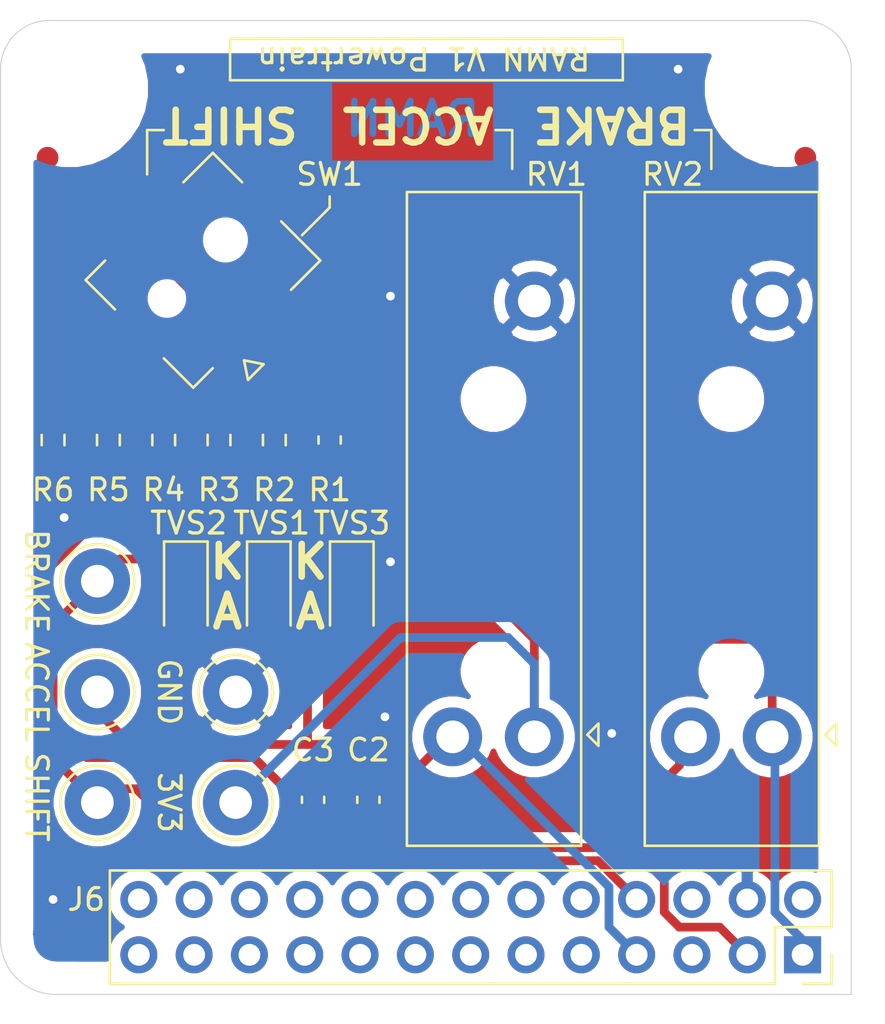
<source format=kicad_pcb>
(kicad_pcb (version 20171130) (host pcbnew "(5.1.9)-1")

  (general
    (thickness 1.6)
    (drawings 31)
    (tracks 101)
    (zones 0)
    (modules 25)
    (nets 31)
  )

  (page A4)
  (layers
    (0 F.Cu signal)
    (31 B.Cu signal)
    (32 B.Adhes user hide)
    (33 F.Adhes user hide)
    (34 B.Paste user hide)
    (35 F.Paste user hide)
    (36 B.SilkS user)
    (37 F.SilkS user)
    (38 B.Mask user hide)
    (39 F.Mask user hide)
    (40 Dwgs.User user hide)
    (41 Cmts.User user hide)
    (42 Eco1.User user)
    (43 Eco2.User user)
    (44 Edge.Cuts user)
    (45 Margin user)
    (46 B.CrtYd user)
    (47 F.CrtYd user)
    (48 B.Fab user hide)
    (49 F.Fab user hide)
  )

  (setup
    (last_trace_width 0.4)
    (trace_clearance 0.2)
    (zone_clearance 0.508)
    (zone_45_only no)
    (trace_min 0.2)
    (via_size 0.8)
    (via_drill 0.4)
    (via_min_size 0.4)
    (via_min_drill 0.3)
    (uvia_size 0.3)
    (uvia_drill 0.1)
    (uvias_allowed no)
    (uvia_min_size 0.2)
    (uvia_min_drill 0.1)
    (edge_width 0.05)
    (segment_width 0.2)
    (pcb_text_width 0.3)
    (pcb_text_size 1.5 1.5)
    (mod_edge_width 0.12)
    (mod_text_size 1 1)
    (mod_text_width 0.15)
    (pad_size 1 1)
    (pad_drill 0)
    (pad_to_mask_clearance 0)
    (aux_axis_origin 19.05 20.32)
    (visible_elements 7FFFFFFF)
    (pcbplotparams
      (layerselection 0x010e8_ffffffff)
      (usegerberextensions false)
      (usegerberattributes false)
      (usegerberadvancedattributes false)
      (creategerberjobfile false)
      (excludeedgelayer true)
      (linewidth 0.100000)
      (plotframeref false)
      (viasonmask false)
      (mode 1)
      (useauxorigin false)
      (hpglpennumber 1)
      (hpglpenspeed 20)
      (hpglpendiameter 15.000000)
      (psnegative false)
      (psa4output false)
      (plotreference true)
      (plotvalue true)
      (plotinvisibletext false)
      (padsonsilk false)
      (subtractmaskfromsilk false)
      (outputformat 4)
      (mirror false)
      (drillshape 0)
      (scaleselection 1)
      (outputdirectory "CAD/"))
  )

  (net 0 "")
  (net 1 GND)
  (net 2 /3V3_ECU)
  (net 3 Accel)
  (net 4 Brake)
  (net 5 JOYSTICK)
  (net 6 "Net-(R2-Pad2)")
  (net 7 "Net-(R3-Pad2)")
  (net 8 "Net-(R4-Pad2)")
  (net 9 "Net-(R5-Pad2)")
  (net 10 +5V)
  (net 11 "Net-(J6-Pad26)")
  (net 12 "Net-(J6-Pad25)")
  (net 13 "Net-(J6-Pad24)")
  (net 14 "Net-(J6-Pad23)")
  (net 15 "Net-(J6-Pad22)")
  (net 16 "Net-(J6-Pad21)")
  (net 17 "Net-(J6-Pad20)")
  (net 18 "Net-(J6-Pad19)")
  (net 19 "Net-(J6-Pad18)")
  (net 20 "Net-(J6-Pad17)")
  (net 21 "Net-(J6-Pad16)")
  (net 22 "Net-(J6-Pad15)")
  (net 23 "Net-(J6-Pad14)")
  (net 24 "Net-(J6-Pad13)")
  (net 25 "Net-(J6-Pad12)")
  (net 26 "Net-(J6-Pad11)")
  (net 27 "Net-(J6-Pad10)")
  (net 28 "Net-(J6-Pad9)")
  (net 29 "Net-(J6-Pad6)")
  (net 30 "Net-(J6-Pad5)")

  (net_class Default "This is the default net class."
    (clearance 0.2)
    (trace_width 0.4)
    (via_dia 0.8)
    (via_drill 0.4)
    (uvia_dia 0.3)
    (uvia_drill 0.1)
    (add_net +5V)
    (add_net /3V3_ECU)
    (add_net Accel)
    (add_net Brake)
    (add_net GND)
    (add_net JOYSTICK)
    (add_net "Net-(J6-Pad10)")
    (add_net "Net-(J6-Pad11)")
    (add_net "Net-(J6-Pad12)")
    (add_net "Net-(J6-Pad13)")
    (add_net "Net-(J6-Pad14)")
    (add_net "Net-(J6-Pad15)")
    (add_net "Net-(J6-Pad16)")
    (add_net "Net-(J6-Pad17)")
    (add_net "Net-(J6-Pad18)")
    (add_net "Net-(J6-Pad19)")
    (add_net "Net-(J6-Pad20)")
    (add_net "Net-(J6-Pad21)")
    (add_net "Net-(J6-Pad22)")
    (add_net "Net-(J6-Pad23)")
    (add_net "Net-(J6-Pad24)")
    (add_net "Net-(J6-Pad25)")
    (add_net "Net-(J6-Pad26)")
    (add_net "Net-(J6-Pad5)")
    (add_net "Net-(J6-Pad6)")
    (add_net "Net-(J6-Pad9)")
    (add_net "Net-(R2-Pad2)")
    (add_net "Net-(R3-Pad2)")
    (add_net "Net-(R4-Pad2)")
    (add_net "Net-(R5-Pad2)")
  )

  (module custom:SKRHADE010 (layer F.Cu) (tedit 602DD818) (tstamp 602E5933)
    (at 41.402 32.004 135)
    (path /602DDFCB)
    (fp_text reference SW1 (at -1.257236 7.36381 180) (layer F.SilkS)
      (effects (font (size 1 1) (thickness 0.15)))
    )
    (fp_text value SKRHADE010 (at 0.1616 7.04884 135) (layer F.Fab) hide
      (effects (font (size 1 1) (thickness 0.15)))
    )
    (fp_line (start -5.274 -0.942) (end -5.274 -1.196) (layer F.SilkS) (width 0.12))
    (fp_line (start -4.512 -1.45) (end -5.274 -0.942) (layer F.SilkS) (width 0.12))
    (fp_line (start -5.274 -1.958) (end -4.512 -1.45) (layer F.SilkS) (width 0.12))
    (fp_line (start -5.274 -1.196) (end -5.274 -1.958) (layer F.SilkS) (width 0.12))
    (fp_line (start -5.02 5.535) (end -5.02 4.9) (layer F.CrtYd) (width 0.12))
    (fp_line (start 4.505 5.535) (end -5.02 5.535) (layer F.CrtYd) (width 0.12))
    (fp_line (start 4.505 -5.26) (end 4.505 5.535) (layer F.CrtYd) (width 0.12))
    (fp_line (start -5.02 -5.26) (end 4.505 -5.26) (layer F.CrtYd) (width 0.12))
    (fp_line (start -5.02 4.9) (end -5.02 -5.26) (layer F.CrtYd) (width 0.12))
    (fp_line (start -3.75 -3.99) (end -3.75 -2.72) (layer F.SilkS) (width 0.12))
    (fp_line (start -1.845 -3.99) (end -3.75 -3.99) (layer F.SilkS) (width 0.12))
    (fp_line (start 3.235 -3.99) (end 1.33 -3.99) (layer F.SilkS) (width 0.12))
    (fp_line (start 3.235 -2.72) (end 3.235 -3.99) (layer F.SilkS) (width 0.12))
    (fp_line (start 3.235 4.265) (end 3.235 2.36) (layer F.SilkS) (width 0.12))
    (fp_line (start 1.33 4.265) (end 3.235 4.265) (layer F.SilkS) (width 0.12))
    (fp_line (start -3.75 4.265) (end -1.21 4.265) (layer F.SilkS) (width 0.12))
    (fp_line (start -3.75 2.36) (end -3.75 4.265) (layer F.SilkS) (width 0.12))
    (pad "" smd rect (at 0 4 135) (size 2 1.8) (layers F.Cu F.Paste F.Mask))
    (pad "" smd rect (at 0 -4.1 135) (size 2 1.8) (layers F.Cu F.Paste F.Mask))
    (pad "" np_thru_hole circle (at 0 1.85 135) (size 1.05 1.05) (drill 1.05) (layers *.Cu *.Mask))
    (pad "" np_thru_hole circle (at 0 -1.95 135) (size 0.75 0.75) (drill 0.75) (layers *.Cu *.Mask))
    (pad 4 smd rect (at 3.4 -1.45 135) (size 1.35 1) (layers F.Cu F.Paste F.Mask)
      (net 8 "Net-(R4-Pad2)"))
    (pad 6 smd rect (at 3.4 1.4 135) (size 1.35 1) (layers F.Cu F.Paste F.Mask)
      (net 9 "Net-(R5-Pad2)"))
    (pad 5 smd rect (at 3.4 -0.025 135) (size 1.35 1) (layers F.Cu F.Paste F.Mask)
      (net 1 GND))
    (pad 3 smd rect (at -3.75 1.4 135) (size 1.35 1) (layers F.Cu F.Paste F.Mask)
      (net 7 "Net-(R3-Pad2)"))
    (pad 2 smd rect (at -3.75 -0.025 135) (size 1.35 1) (layers F.Cu F.Paste F.Mask)
      (net 6 "Net-(R2-Pad2)"))
    (pad 1 smd rect (at -3.75 -1.45 135) (size 1.35 1) (layers F.Cu F.Paste F.Mask)
      (net 5 JOYSTICK))
    (model C:/Users/Camille/Desktop/KICAD/LIB/Licensed/SKRHADE010/SKRHAD.STEP
      (at (xyz 0 0 0))
      (scale (xyz 1 1 1))
      (rotate (xyz 0 0 0))
    )
  )

  (module Fiducial:Fiducial_1mm_Mask2mm (layer F.Cu) (tedit 5C18CB26) (tstamp 6033EB6E)
    (at 69.342 26.924)
    (descr "Circular Fiducial, 1mm bare copper, 2mm soldermask opening (Level A)")
    (tags fiducial)
    (path /6033C9A3)
    (attr smd)
    (fp_text reference FID3 (at 0 -2) (layer F.SilkS) hide
      (effects (font (size 1 1) (thickness 0.15)))
    )
    (fp_text value Fiducial (at 0 2) (layer F.Fab)
      (effects (font (size 1 1) (thickness 0.15)))
    )
    (fp_circle (center 0 0) (end 1.25 0) (layer F.CrtYd) (width 0.05))
    (fp_circle (center 0 0) (end 1 0) (layer F.Fab) (width 0.1))
    (fp_text user %R (at 0 0) (layer F.Fab)
      (effects (font (size 0.4 0.4) (thickness 0.06)))
    )
    (pad "" smd circle (at 0 0) (size 1 1) (layers F.Cu F.Mask)
      (solder_mask_margin 0.5) (clearance 0.5))
  )

  (module Fiducial:Fiducial_1mm_Mask2mm (layer F.Cu) (tedit 603377F8) (tstamp 6033DDAD)
    (at 34.798 26.924)
    (descr "Circular Fiducial, 1mm bare copper, 2mm soldermask opening (Level A)")
    (tags fiducial)
    (path /6033C81D)
    (attr smd)
    (fp_text reference FID2 (at 0 -2) (layer F.SilkS) hide
      (effects (font (size 1 1) (thickness 0.15)))
    )
    (fp_text value Fiducial (at 0 2) (layer F.Fab)
      (effects (font (size 1 1) (thickness 0.15)))
    )
    (fp_circle (center 0 0) (end 1.25 0) (layer F.CrtYd) (width 0.05))
    (fp_circle (center 0 0) (end 1 0) (layer F.Fab) (width 0.1))
    (fp_text user %R (at 0 0) (layer F.Fab)
      (effects (font (size 0.4 0.4) (thickness 0.06)))
    )
    (pad "" smd circle (at -0.254 0) (size 1 1) (layers F.Cu F.Mask)
      (solder_mask_margin 0.5) (clearance 0.5))
  )

  (module Fiducial:Fiducial_1mm_Mask2mm (layer F.Cu) (tedit 5C18CB26) (tstamp 6033DDA5)
    (at 34.798 63.246)
    (descr "Circular Fiducial, 1mm bare copper, 2mm soldermask opening (Level A)")
    (tags fiducial)
    (path /6033BF4D)
    (attr smd)
    (fp_text reference FID1 (at 0 -2) (layer F.SilkS) hide
      (effects (font (size 1 1) (thickness 0.15)))
    )
    (fp_text value Fiducial (at 0 2) (layer F.Fab)
      (effects (font (size 1 1) (thickness 0.15)))
    )
    (fp_circle (center 0 0) (end 1.25 0) (layer F.CrtYd) (width 0.05))
    (fp_circle (center 0 0) (end 1 0) (layer F.Fab) (width 0.1))
    (fp_text user %R (at 0 0) (layer F.Fab)
      (effects (font (size 0.4 0.4) (thickness 0.06)))
    )
    (pad "" smd circle (at 0 0) (size 1 1) (layers F.Cu F.Mask)
      (solder_mask_margin 0.5) (clearance 0.5))
  )

  (module custom:RS15111A900B (layer F.Cu) (tedit 602DD948) (tstamp 5D80BD04)
    (at 67.818 47.498 90)
    (path /5D8112ED)
    (fp_text reference RV2 (at 19.812 -4.572 180) (layer F.SilkS)
      (effects (font (size 1 1) (thickness 0.15)))
    )
    (fp_text value R_POT_TRIM_US (at 6.35 -6.604 90) (layer F.Fab) hide
      (effects (font (size 1 1) (thickness 0.15)))
    )
    (fp_line (start -11.6 -6) (end 19.4 -6) (layer F.CrtYd) (width 0.12))
    (fp_line (start -11.6 -6) (end -11.6 2.4) (layer F.CrtYd) (width 0.12))
    (fp_line (start -11 -5.85) (end -11 2.15) (layer F.SilkS) (width 0.12))
    (fp_line (start -11 2.15) (end 19 2.15) (layer F.SilkS) (width 0.12))
    (fp_line (start -6.408 2.944) (end -5.9 2.436) (layer F.SilkS) (width 0.12))
    (fp_line (start -5.9 2.436) (end -5.392 2.944) (layer F.SilkS) (width 0.12))
    (fp_line (start -5.392 2.944) (end -6.408 2.944) (layer F.SilkS) (width 0.12))
    (fp_line (start 19 -5.85) (end 19 2.15) (layer F.SilkS) (width 0.12))
    (fp_line (start -11 -5.85) (end 19 -5.85) (layer F.SilkS) (width 0.12))
    (fp_line (start -11.6 2.4) (end 19.4 2.4) (layer F.CrtYd) (width 0.12))
    (fp_line (start 19.4 -6) (end 19.4 2.4) (layer F.CrtYd) (width 0.12))
    (pad 1 thru_hole circle (at -6 0 90) (size 2.7 2.7) (drill 1.5) (layers *.Cu *.Mask)
      (net 2 /3V3_ECU))
    (pad 2 thru_hole circle (at -6 -3.75 90) (size 2.7 2.7) (drill 1.5) (layers *.Cu *.Mask)
      (net 4 Brake))
    (pad 3 thru_hole circle (at 14 0 90) (size 2.7 2.7) (drill 1.5) (layers *.Cu *.Mask)
      (net 1 GND))
    (pad "" np_thru_hole circle (at -3 -1.875 90) (size 2 2) (drill 2) (layers *.Cu *.Mask))
    (pad "" np_thru_hole circle (at 9.5 -1.875 90) (size 2 2) (drill 2) (layers *.Cu *.Mask))
    (model C:/Users/Camille/Desktop/KICAD/LIB/Licensed/rs15111a900b/RS15111A900B.STEP
      (offset (xyz 0 -0.5 6))
      (scale (xyz 1 1 1))
      (rotate (xyz -90 0 0))
    )
  )

  (module custom:RS15111A900B (layer F.Cu) (tedit 602DD948) (tstamp 5FC0C254)
    (at 56.896 47.498 90)
    (path /5D80FCC3)
    (fp_text reference RV1 (at 19.812 1.016 180) (layer F.SilkS)
      (effects (font (size 1 1) (thickness 0.15)))
    )
    (fp_text value R_POT_TRIM_US (at 6.35 -6.604 90) (layer F.Fab) hide
      (effects (font (size 1 1) (thickness 0.15)))
    )
    (fp_line (start 19.4 -6) (end 19.4 2.4) (layer F.CrtYd) (width 0.12))
    (fp_line (start -11.6 2.4) (end 19.4 2.4) (layer F.CrtYd) (width 0.12))
    (fp_line (start -11 -5.85) (end 19 -5.85) (layer F.SilkS) (width 0.12))
    (fp_line (start 19 -5.85) (end 19 2.15) (layer F.SilkS) (width 0.12))
    (fp_line (start -5.392 2.944) (end -6.408 2.944) (layer F.SilkS) (width 0.12))
    (fp_line (start -5.9 2.436) (end -5.392 2.944) (layer F.SilkS) (width 0.12))
    (fp_line (start -6.408 2.944) (end -5.9 2.436) (layer F.SilkS) (width 0.12))
    (fp_line (start -11 2.15) (end 19 2.15) (layer F.SilkS) (width 0.12))
    (fp_line (start -11 -5.85) (end -11 2.15) (layer F.SilkS) (width 0.12))
    (fp_line (start -11.6 -6) (end -11.6 2.4) (layer F.CrtYd) (width 0.12))
    (fp_line (start -11.6 -6) (end 19.4 -6) (layer F.CrtYd) (width 0.12))
    (pad "" np_thru_hole circle (at 9.5 -1.875 90) (size 2 2) (drill 2) (layers *.Cu *.Mask))
    (pad "" np_thru_hole circle (at -3 -1.875 90) (size 2 2) (drill 2) (layers *.Cu *.Mask))
    (pad 3 thru_hole circle (at 14 0 90) (size 2.7 2.7) (drill 1.5) (layers *.Cu *.Mask)
      (net 1 GND))
    (pad 2 thru_hole circle (at -6 -3.75 90) (size 2.7 2.7) (drill 1.5) (layers *.Cu *.Mask)
      (net 3 Accel))
    (pad 1 thru_hole circle (at -6 0 90) (size 2.7 2.7) (drill 1.5) (layers *.Cu *.Mask)
      (net 2 /3V3_ECU))
    (model C:/Users/Camille/Desktop/KICAD/LIB/Licensed/rs15111a900b/RS15111A900B.STEP
      (offset (xyz 0 -0.5 6))
      (scale (xyz 1 1 1))
      (rotate (xyz -90 0 0))
    )
  )

  (module Diode_SMD:D_SOD-123F (layer F.Cu) (tedit 587F7769) (tstamp 602E4B90)
    (at 48.514 46.736 270)
    (descr D_SOD-123F)
    (tags D_SOD-123F)
    (path /602F55A6)
    (attr smd)
    (fp_text reference TVS3 (at -3.048 0 180) (layer F.SilkS)
      (effects (font (size 1 1) (thickness 0.15)))
    )
    (fp_text value D_TVS (at 0 2.1 90) (layer F.Fab)
      (effects (font (size 1 1) (thickness 0.15)))
    )
    (fp_line (start -2.2 -1) (end -2.2 1) (layer F.SilkS) (width 0.12))
    (fp_line (start 0.25 0) (end 0.75 0) (layer F.Fab) (width 0.1))
    (fp_line (start 0.25 0.4) (end -0.35 0) (layer F.Fab) (width 0.1))
    (fp_line (start 0.25 -0.4) (end 0.25 0.4) (layer F.Fab) (width 0.1))
    (fp_line (start -0.35 0) (end 0.25 -0.4) (layer F.Fab) (width 0.1))
    (fp_line (start -0.35 0) (end -0.35 0.55) (layer F.Fab) (width 0.1))
    (fp_line (start -0.35 0) (end -0.35 -0.55) (layer F.Fab) (width 0.1))
    (fp_line (start -0.75 0) (end -0.35 0) (layer F.Fab) (width 0.1))
    (fp_line (start -1.4 0.9) (end -1.4 -0.9) (layer F.Fab) (width 0.1))
    (fp_line (start 1.4 0.9) (end -1.4 0.9) (layer F.Fab) (width 0.1))
    (fp_line (start 1.4 -0.9) (end 1.4 0.9) (layer F.Fab) (width 0.1))
    (fp_line (start -1.4 -0.9) (end 1.4 -0.9) (layer F.Fab) (width 0.1))
    (fp_line (start -2.2 -1.15) (end 2.2 -1.15) (layer F.CrtYd) (width 0.05))
    (fp_line (start 2.2 -1.15) (end 2.2 1.15) (layer F.CrtYd) (width 0.05))
    (fp_line (start 2.2 1.15) (end -2.2 1.15) (layer F.CrtYd) (width 0.05))
    (fp_line (start -2.2 -1.15) (end -2.2 1.15) (layer F.CrtYd) (width 0.05))
    (fp_line (start -2.2 1) (end 1.65 1) (layer F.SilkS) (width 0.12))
    (fp_line (start -2.2 -1) (end 1.65 -1) (layer F.SilkS) (width 0.12))
    (fp_text user %R (at -0.127 -1.905 90) (layer F.Fab)
      (effects (font (size 1 1) (thickness 0.15)))
    )
    (pad 2 smd rect (at 1.4 0 270) (size 1.1 1.1) (layers F.Cu F.Paste F.Mask)
      (net 1 GND))
    (pad 1 smd rect (at -1.4 0 270) (size 1.1 1.1) (layers F.Cu F.Paste F.Mask)
      (net 5 JOYSTICK))
    (model ${KISYS3DMOD}/Diode_SMD.3dshapes/D_SOD-123F.wrl
      (at (xyz 0 0 0))
      (scale (xyz 1 1 1))
      (rotate (xyz 0 0 0))
    )
  )

  (module Diode_SMD:D_SOD-123F (layer F.Cu) (tedit 587F7769) (tstamp 602E4B77)
    (at 40.894 46.736 270)
    (descr D_SOD-123F)
    (tags D_SOD-123F)
    (path /602F4576)
    (attr smd)
    (fp_text reference TVS2 (at -3.048 -0.127 180) (layer F.SilkS)
      (effects (font (size 1 1) (thickness 0.15)))
    )
    (fp_text value D_TVS (at 0 2.1 90) (layer F.Fab)
      (effects (font (size 1 1) (thickness 0.15)))
    )
    (fp_line (start -2.2 -1) (end -2.2 1) (layer F.SilkS) (width 0.12))
    (fp_line (start 0.25 0) (end 0.75 0) (layer F.Fab) (width 0.1))
    (fp_line (start 0.25 0.4) (end -0.35 0) (layer F.Fab) (width 0.1))
    (fp_line (start 0.25 -0.4) (end 0.25 0.4) (layer F.Fab) (width 0.1))
    (fp_line (start -0.35 0) (end 0.25 -0.4) (layer F.Fab) (width 0.1))
    (fp_line (start -0.35 0) (end -0.35 0.55) (layer F.Fab) (width 0.1))
    (fp_line (start -0.35 0) (end -0.35 -0.55) (layer F.Fab) (width 0.1))
    (fp_line (start -0.75 0) (end -0.35 0) (layer F.Fab) (width 0.1))
    (fp_line (start -1.4 0.9) (end -1.4 -0.9) (layer F.Fab) (width 0.1))
    (fp_line (start 1.4 0.9) (end -1.4 0.9) (layer F.Fab) (width 0.1))
    (fp_line (start 1.4 -0.9) (end 1.4 0.9) (layer F.Fab) (width 0.1))
    (fp_line (start -1.4 -0.9) (end 1.4 -0.9) (layer F.Fab) (width 0.1))
    (fp_line (start -2.2 -1.15) (end 2.2 -1.15) (layer F.CrtYd) (width 0.05))
    (fp_line (start 2.2 -1.15) (end 2.2 1.15) (layer F.CrtYd) (width 0.05))
    (fp_line (start 2.2 1.15) (end -2.2 1.15) (layer F.CrtYd) (width 0.05))
    (fp_line (start -2.2 -1.15) (end -2.2 1.15) (layer F.CrtYd) (width 0.05))
    (fp_line (start -2.2 1) (end 1.65 1) (layer F.SilkS) (width 0.12))
    (fp_line (start -2.2 -1) (end 1.65 -1) (layer F.SilkS) (width 0.12))
    (fp_text user %R (at -0.127 -1.905 90) (layer F.Fab)
      (effects (font (size 1 1) (thickness 0.15)))
    )
    (pad 2 smd rect (at 1.4 0 270) (size 1.1 1.1) (layers F.Cu F.Paste F.Mask)
      (net 1 GND))
    (pad 1 smd rect (at -1.4 0 270) (size 1.1 1.1) (layers F.Cu F.Paste F.Mask)
      (net 4 Brake))
    (model ${KISYS3DMOD}/Diode_SMD.3dshapes/D_SOD-123F.wrl
      (at (xyz 0 0 0))
      (scale (xyz 1 1 1))
      (rotate (xyz 0 0 0))
    )
  )

  (module Diode_SMD:D_SOD-123F (layer F.Cu) (tedit 587F7769) (tstamp 602E3C17)
    (at 44.704 46.736 270)
    (descr D_SOD-123F)
    (tags D_SOD-123F)
    (path /602E03C6)
    (attr smd)
    (fp_text reference TVS1 (at -3.048 -0.127 180) (layer F.SilkS)
      (effects (font (size 1 1) (thickness 0.15)))
    )
    (fp_text value D_TVS (at 0 2.1 90) (layer F.Fab)
      (effects (font (size 1 1) (thickness 0.15)))
    )
    (fp_line (start -2.2 -1) (end -2.2 1) (layer F.SilkS) (width 0.12))
    (fp_line (start 0.25 0) (end 0.75 0) (layer F.Fab) (width 0.1))
    (fp_line (start 0.25 0.4) (end -0.35 0) (layer F.Fab) (width 0.1))
    (fp_line (start 0.25 -0.4) (end 0.25 0.4) (layer F.Fab) (width 0.1))
    (fp_line (start -0.35 0) (end 0.25 -0.4) (layer F.Fab) (width 0.1))
    (fp_line (start -0.35 0) (end -0.35 0.55) (layer F.Fab) (width 0.1))
    (fp_line (start -0.35 0) (end -0.35 -0.55) (layer F.Fab) (width 0.1))
    (fp_line (start -0.75 0) (end -0.35 0) (layer F.Fab) (width 0.1))
    (fp_line (start -1.4 0.9) (end -1.4 -0.9) (layer F.Fab) (width 0.1))
    (fp_line (start 1.4 0.9) (end -1.4 0.9) (layer F.Fab) (width 0.1))
    (fp_line (start 1.4 -0.9) (end 1.4 0.9) (layer F.Fab) (width 0.1))
    (fp_line (start -1.4 -0.9) (end 1.4 -0.9) (layer F.Fab) (width 0.1))
    (fp_line (start -2.2 -1.15) (end 2.2 -1.15) (layer F.CrtYd) (width 0.05))
    (fp_line (start 2.2 -1.15) (end 2.2 1.15) (layer F.CrtYd) (width 0.05))
    (fp_line (start 2.2 1.15) (end -2.2 1.15) (layer F.CrtYd) (width 0.05))
    (fp_line (start -2.2 -1.15) (end -2.2 1.15) (layer F.CrtYd) (width 0.05))
    (fp_line (start -2.2 1) (end 1.65 1) (layer F.SilkS) (width 0.12))
    (fp_line (start -2.2 -1) (end 1.65 -1) (layer F.SilkS) (width 0.12))
    (fp_text user %R (at -0.127 -1.905 90) (layer F.Fab)
      (effects (font (size 1 1) (thickness 0.15)))
    )
    (pad 2 smd rect (at 1.4 0 270) (size 1.1 1.1) (layers F.Cu F.Paste F.Mask)
      (net 1 GND))
    (pad 1 smd rect (at -1.4 0 270) (size 1.1 1.1) (layers F.Cu F.Paste F.Mask)
      (net 3 Accel))
    (model ${KISYS3DMOD}/Diode_SMD.3dshapes/D_SOD-123F.wrl
      (at (xyz 0 0 0))
      (scale (xyz 1 1 1))
      (rotate (xyz 0 0 0))
    )
  )

  (module Connector_PinSocket_2.54mm:PinSocket_2x13_P2.54mm_Vertical (layer F.Cu) (tedit 5A19A430) (tstamp 6022DD43)
    (at 69.215 63.5 270)
    (descr "Through hole straight socket strip, 2x13, 2.54mm pitch, double cols (from Kicad 4.0.7), script generated")
    (tags "Through hole socket strip THT 2x13 2.54mm double row")
    (path /60225996)
    (fp_text reference J6 (at -2.54 32.893 180) (layer F.SilkS)
      (effects (font (size 1 1) (thickness 0.15)))
    )
    (fp_text value " " (at -1.27 33.25 90) (layer F.Fab)
      (effects (font (size 1 1) (thickness 0.15)))
    )
    (fp_line (start -4.34 32.25) (end -4.34 -1.8) (layer F.CrtYd) (width 0.05))
    (fp_line (start 1.76 32.25) (end -4.34 32.25) (layer F.CrtYd) (width 0.05))
    (fp_line (start 1.76 -1.8) (end 1.76 32.25) (layer F.CrtYd) (width 0.05))
    (fp_line (start -4.34 -1.8) (end 1.76 -1.8) (layer F.CrtYd) (width 0.05))
    (fp_line (start 0 -1.33) (end 1.33 -1.33) (layer F.SilkS) (width 0.12))
    (fp_line (start 1.33 -1.33) (end 1.33 0) (layer F.SilkS) (width 0.12))
    (fp_line (start -1.27 -1.33) (end -1.27 1.27) (layer F.SilkS) (width 0.12))
    (fp_line (start -1.27 1.27) (end 1.33 1.27) (layer F.SilkS) (width 0.12))
    (fp_line (start 1.33 1.27) (end 1.33 31.81) (layer F.SilkS) (width 0.12))
    (fp_line (start -3.87 31.81) (end 1.33 31.81) (layer F.SilkS) (width 0.12))
    (fp_line (start -3.87 -1.33) (end -3.87 31.81) (layer F.SilkS) (width 0.12))
    (fp_line (start -3.87 -1.33) (end -1.27 -1.33) (layer F.SilkS) (width 0.12))
    (fp_line (start -3.81 31.75) (end -3.81 -1.27) (layer F.Fab) (width 0.1))
    (fp_line (start 1.27 31.75) (end -3.81 31.75) (layer F.Fab) (width 0.1))
    (fp_line (start 1.27 -0.27) (end 1.27 31.75) (layer F.Fab) (width 0.1))
    (fp_line (start 0.27 -1.27) (end 1.27 -0.27) (layer F.Fab) (width 0.1))
    (fp_line (start -3.81 -1.27) (end 0.27 -1.27) (layer F.Fab) (width 0.1))
    (fp_text user %R (at -1.27 15.24) (layer F.Fab)
      (effects (font (size 1 1) (thickness 0.15)))
    )
    (pad 26 thru_hole oval (at -2.54 30.48 270) (size 1.7 1.7) (drill 1) (layers *.Cu *.Mask)
      (net 11 "Net-(J6-Pad26)"))
    (pad 25 thru_hole oval (at 0 30.48 270) (size 1.7 1.7) (drill 1) (layers *.Cu *.Mask)
      (net 12 "Net-(J6-Pad25)"))
    (pad 24 thru_hole oval (at -2.54 27.94 270) (size 1.7 1.7) (drill 1) (layers *.Cu *.Mask)
      (net 13 "Net-(J6-Pad24)"))
    (pad 23 thru_hole oval (at 0 27.94 270) (size 1.7 1.7) (drill 1) (layers *.Cu *.Mask)
      (net 14 "Net-(J6-Pad23)"))
    (pad 22 thru_hole oval (at -2.54 25.4 270) (size 1.7 1.7) (drill 1) (layers *.Cu *.Mask)
      (net 15 "Net-(J6-Pad22)"))
    (pad 21 thru_hole oval (at 0 25.4 270) (size 1.7 1.7) (drill 1) (layers *.Cu *.Mask)
      (net 16 "Net-(J6-Pad21)"))
    (pad 20 thru_hole oval (at -2.54 22.86 270) (size 1.7 1.7) (drill 1) (layers *.Cu *.Mask)
      (net 17 "Net-(J6-Pad20)"))
    (pad 19 thru_hole oval (at 0 22.86 270) (size 1.7 1.7) (drill 1) (layers *.Cu *.Mask)
      (net 18 "Net-(J6-Pad19)"))
    (pad 18 thru_hole oval (at -2.54 20.32 270) (size 1.7 1.7) (drill 1) (layers *.Cu *.Mask)
      (net 19 "Net-(J6-Pad18)"))
    (pad 17 thru_hole oval (at 0 20.32 270) (size 1.7 1.7) (drill 1) (layers *.Cu *.Mask)
      (net 20 "Net-(J6-Pad17)"))
    (pad 16 thru_hole oval (at -2.54 17.78 270) (size 1.7 1.7) (drill 1) (layers *.Cu *.Mask)
      (net 21 "Net-(J6-Pad16)"))
    (pad 15 thru_hole oval (at 0 17.78 270) (size 1.7 1.7) (drill 1) (layers *.Cu *.Mask)
      (net 22 "Net-(J6-Pad15)"))
    (pad 14 thru_hole oval (at -2.54 15.24 270) (size 1.7 1.7) (drill 1) (layers *.Cu *.Mask)
      (net 23 "Net-(J6-Pad14)"))
    (pad 13 thru_hole oval (at 0 15.24 270) (size 1.7 1.7) (drill 1) (layers *.Cu *.Mask)
      (net 24 "Net-(J6-Pad13)"))
    (pad 12 thru_hole oval (at -2.54 12.7 270) (size 1.7 1.7) (drill 1) (layers *.Cu *.Mask)
      (net 25 "Net-(J6-Pad12)"))
    (pad 11 thru_hole oval (at 0 12.7 270) (size 1.7 1.7) (drill 1) (layers *.Cu *.Mask)
      (net 26 "Net-(J6-Pad11)"))
    (pad 10 thru_hole oval (at -2.54 10.16 270) (size 1.7 1.7) (drill 1) (layers *.Cu *.Mask)
      (net 27 "Net-(J6-Pad10)"))
    (pad 9 thru_hole oval (at 0 10.16 270) (size 1.7 1.7) (drill 1) (layers *.Cu *.Mask)
      (net 28 "Net-(J6-Pad9)"))
    (pad 8 thru_hole oval (at -2.54 7.62 270) (size 1.7 1.7) (drill 1) (layers *.Cu *.Mask)
      (net 5 JOYSTICK))
    (pad 7 thru_hole oval (at 0 7.62 270) (size 1.7 1.7) (drill 1) (layers *.Cu *.Mask)
      (net 3 Accel))
    (pad 6 thru_hole oval (at -2.54 5.08 270) (size 1.7 1.7) (drill 1) (layers *.Cu *.Mask)
      (net 29 "Net-(J6-Pad6)"))
    (pad 5 thru_hole oval (at 0 5.08 270) (size 1.7 1.7) (drill 1) (layers *.Cu *.Mask)
      (net 30 "Net-(J6-Pad5)"))
    (pad 4 thru_hole oval (at -2.54 2.54 270) (size 1.7 1.7) (drill 1) (layers *.Cu *.Mask)
      (net 1 GND))
    (pad 3 thru_hole oval (at 0 2.54 270) (size 1.7 1.7) (drill 1) (layers *.Cu *.Mask)
      (net 4 Brake))
    (pad 2 thru_hole oval (at -2.54 0 270) (size 1.7 1.7) (drill 1) (layers *.Cu *.Mask)
      (net 10 +5V))
    (pad 1 thru_hole rect (at 0 0 270) (size 1.7 1.7) (drill 1) (layers *.Cu *.Mask)
      (net 2 /3V3_ECU))
    (model ${KISYS3DMOD}/Connector_PinSocket_2.54mm.3dshapes/PinSocket_2x13_P2.54mm_Vertical.wrl
      (at (xyz 0 0 0))
      (scale (xyz 1 1 1))
      (rotate (xyz 0 0 0))
    )
    (model ${KISYS3DMOD}/Connector_PinHeader_2.54mm.3dshapes/PinHeader_2x13_P2.54mm_Vertical.step
      (offset (xyz 0 0 1))
      (scale (xyz 1 1 1))
      (rotate (xyz 0 180 0))
    )
  )

  (module MountingHole:MountingHole_3.2mm_M3_ISO7380 (layer F.Cu) (tedit 602E0ED0) (tstamp 6022DD13)
    (at 68.326 23.749)
    (descr "Mounting Hole 3.2mm, no annular, M3, ISO7380")
    (tags "mounting hole 3.2mm no annular m3 iso7380")
    (path /60225995)
    (attr virtual)
    (fp_text reference H2 (at 0 -3.85) (layer F.SilkS) hide
      (effects (font (size 1 1) (thickness 0.15)))
    )
    (fp_text value MountingHole (at 0 3.85) (layer F.Fab)
      (effects (font (size 1 1) (thickness 0.15)))
    )
    (fp_circle (center 0 0) (end 3.1 0) (layer F.CrtYd) (width 0.05))
    (fp_circle (center 0 0) (end 2.85 0) (layer Cmts.User) (width 0.15))
    (fp_text user %R (at 0.3 0) (layer F.Fab)
      (effects (font (size 1 1) (thickness 0.15)))
    )
    (pad "" np_thru_hole circle (at 0 0) (size 3.2 3.2) (drill 3.2) (layers *.Cu *.Mask)
      (clearance 2))
  )

  (module MountingHole:MountingHole_3.2mm_M3_ISO7380 (layer F.Cu) (tedit 602E0EB8) (tstamp 6022DD0B)
    (at 35.56 23.749)
    (descr "Mounting Hole 3.2mm, no annular, M3, ISO7380")
    (tags "mounting hole 3.2mm no annular m3 iso7380")
    (path /60225994)
    (attr virtual)
    (fp_text reference H1 (at 0 -3.85) (layer F.SilkS) hide
      (effects (font (size 1 1) (thickness 0.15)))
    )
    (fp_text value MountingHole (at 0 3.85) (layer F.Fab)
      (effects (font (size 1 1) (thickness 0.15)))
    )
    (fp_circle (center 0 0) (end 3.1 0) (layer F.CrtYd) (width 0.05))
    (fp_circle (center 0 0) (end 2.85 0) (layer Cmts.User) (width 0.15))
    (fp_text user %R (at 0.3 0) (layer F.Fab)
      (effects (font (size 1 1) (thickness 0.15)))
    )
    (pad "" np_thru_hole circle (at 0 0) (size 3.2 3.2) (drill 3.2) (layers *.Cu *.Mask)
      (clearance 2))
  )

  (module Capacitor_SMD:C_0603_1608Metric (layer F.Cu) (tedit 5F68FEEE) (tstamp 6022DCF7)
    (at 46.736 56.388 90)
    (descr "Capacitor SMD 0603 (1608 Metric), square (rectangular) end terminal, IPC_7351 nominal, (Body size source: IPC-SM-782 page 76, https://www.pcb-3d.com/wordpress/wp-content/uploads/ipc-sm-782a_amendment_1_and_2.pdf), generated with kicad-footprint-generator")
    (tags capacitor)
    (path /6022EF3F)
    (attr smd)
    (fp_text reference C3 (at 2.286 0 180) (layer F.SilkS)
      (effects (font (size 1 1) (thickness 0.15)))
    )
    (fp_text value 100nF (at 0 1.43 90) (layer F.Fab)
      (effects (font (size 1 1) (thickness 0.15)))
    )
    (fp_line (start 1.48 0.73) (end -1.48 0.73) (layer F.CrtYd) (width 0.05))
    (fp_line (start 1.48 -0.73) (end 1.48 0.73) (layer F.CrtYd) (width 0.05))
    (fp_line (start -1.48 -0.73) (end 1.48 -0.73) (layer F.CrtYd) (width 0.05))
    (fp_line (start -1.48 0.73) (end -1.48 -0.73) (layer F.CrtYd) (width 0.05))
    (fp_line (start -0.14058 0.51) (end 0.14058 0.51) (layer F.SilkS) (width 0.12))
    (fp_line (start -0.14058 -0.51) (end 0.14058 -0.51) (layer F.SilkS) (width 0.12))
    (fp_line (start 0.8 0.4) (end -0.8 0.4) (layer F.Fab) (width 0.1))
    (fp_line (start 0.8 -0.4) (end 0.8 0.4) (layer F.Fab) (width 0.1))
    (fp_line (start -0.8 -0.4) (end 0.8 -0.4) (layer F.Fab) (width 0.1))
    (fp_line (start -0.8 0.4) (end -0.8 -0.4) (layer F.Fab) (width 0.1))
    (fp_text user %R (at 0 0 90) (layer F.Fab)
      (effects (font (size 0.4 0.4) (thickness 0.06)))
    )
    (pad 2 smd roundrect (at 0.775 0 90) (size 0.9 0.95) (layers F.Cu F.Paste F.Mask) (roundrect_rratio 0.25)
      (net 1 GND))
    (pad 1 smd roundrect (at -0.775 0 90) (size 0.9 0.95) (layers F.Cu F.Paste F.Mask) (roundrect_rratio 0.25)
      (net 4 Brake))
    (model ${KISYS3DMOD}/Capacitor_SMD.3dshapes/C_0603_1608Metric.wrl
      (at (xyz 0 0 0))
      (scale (xyz 1 1 1))
      (rotate (xyz 0 0 0))
    )
  )

  (module Capacitor_SMD:C_0603_1608Metric (layer F.Cu) (tedit 5F68FEEE) (tstamp 6022E3A8)
    (at 49.276 56.388 270)
    (descr "Capacitor SMD 0603 (1608 Metric), square (rectangular) end terminal, IPC_7351 nominal, (Body size source: IPC-SM-782 page 76, https://www.pcb-3d.com/wordpress/wp-content/uploads/ipc-sm-782a_amendment_1_and_2.pdf), generated with kicad-footprint-generator")
    (tags capacitor)
    (path /602264A8)
    (attr smd)
    (fp_text reference C2 (at -2.286 0 180) (layer F.SilkS)
      (effects (font (size 1 1) (thickness 0.15)))
    )
    (fp_text value 100nF (at 0 1.43 90) (layer F.Fab)
      (effects (font (size 1 1) (thickness 0.15)))
    )
    (fp_line (start 1.48 0.73) (end -1.48 0.73) (layer F.CrtYd) (width 0.05))
    (fp_line (start 1.48 -0.73) (end 1.48 0.73) (layer F.CrtYd) (width 0.05))
    (fp_line (start -1.48 -0.73) (end 1.48 -0.73) (layer F.CrtYd) (width 0.05))
    (fp_line (start -1.48 0.73) (end -1.48 -0.73) (layer F.CrtYd) (width 0.05))
    (fp_line (start -0.14058 0.51) (end 0.14058 0.51) (layer F.SilkS) (width 0.12))
    (fp_line (start -0.14058 -0.51) (end 0.14058 -0.51) (layer F.SilkS) (width 0.12))
    (fp_line (start 0.8 0.4) (end -0.8 0.4) (layer F.Fab) (width 0.1))
    (fp_line (start 0.8 -0.4) (end 0.8 0.4) (layer F.Fab) (width 0.1))
    (fp_line (start -0.8 -0.4) (end 0.8 -0.4) (layer F.Fab) (width 0.1))
    (fp_line (start -0.8 0.4) (end -0.8 -0.4) (layer F.Fab) (width 0.1))
    (fp_text user %R (at 0 0 90) (layer F.Fab)
      (effects (font (size 0.4 0.4) (thickness 0.06)))
    )
    (pad 2 smd roundrect (at 0.775 0 270) (size 0.9 0.95) (layers F.Cu F.Paste F.Mask) (roundrect_rratio 0.25)
      (net 1 GND))
    (pad 1 smd roundrect (at -0.775 0 270) (size 0.9 0.95) (layers F.Cu F.Paste F.Mask) (roundrect_rratio 0.25)
      (net 3 Accel))
    (model ${KISYS3DMOD}/Capacitor_SMD.3dshapes/C_0603_1608Metric.wrl
      (at (xyz 0 0 0))
      (scale (xyz 1 1 1))
      (rotate (xyz 0 0 0))
    )
  )

  (module TestPoint:TestPoint_Loop_D2.54mm_Drill1.5mm_Beaded (layer F.Cu) (tedit 5A0F774F) (tstamp 5DEF08C6)
    (at 36.83 46.355 270)
    (descr "wire loop with bead as test point, loop diameter2.548mm, hole diameter 1.5mm")
    (tags "test point wire loop bead")
    (path /5DF85F29)
    (fp_text reference BRAKE (at 0 2.794 270 unlocked) (layer F.SilkS)
      (effects (font (size 1 1) (thickness 0.15)))
    )
    (fp_text value TestPoint (at 0 -2.8 90) (layer F.Fab)
      (effects (font (size 1 1) (thickness 0.15)))
    )
    (fp_line (start -1.3 -0.3) (end -1.3 0.3) (layer F.Fab) (width 0.12))
    (fp_line (start -1.3 0.3) (end 1.3 0.3) (layer F.Fab) (width 0.12))
    (fp_line (start 1.3 0.3) (end 1.3 -0.3) (layer F.Fab) (width 0.12))
    (fp_line (start 1.3 -0.3) (end -1.3 -0.3) (layer F.Fab) (width 0.12))
    (fp_circle (center 0 0) (end 2 0) (layer F.CrtYd) (width 0.05))
    (fp_circle (center 0 0) (end 1.7 0) (layer F.SilkS) (width 0.12))
    (fp_circle (center 0 0) (end 1.5 0) (layer F.Fab) (width 0.12))
    (fp_text user %R (at 0.7 2.5 90) (layer F.Fab)
      (effects (font (size 1 1) (thickness 0.15)))
    )
    (pad 1 thru_hole circle (at 0 0 270) (size 3 3) (drill 1.5) (layers *.Cu *.Mask)
      (net 4 Brake))
    (model ${KISYS3DMOD}/TestPoint.3dshapes/TestPoint_Loop_D2.54mm_Drill1.5mm_Beaded.wrl
      (at (xyz 0 0 0))
      (scale (xyz 1 1 1))
      (rotate (xyz 0 0 0))
    )
  )

  (module TestPoint:TestPoint_Loop_D2.54mm_Drill1.5mm_Beaded (layer F.Cu) (tedit 5A0F774F) (tstamp 5DEF08B9)
    (at 36.83 56.515 270)
    (descr "wire loop with bead as test point, loop diameter2.548mm, hole diameter 1.5mm")
    (tags "test point wire loop bead")
    (path /5DF7EE51)
    (fp_text reference SHIFT (at -0.254 2.794 270 unlocked) (layer F.SilkS)
      (effects (font (size 1 1) (thickness 0.15)))
    )
    (fp_text value TestPoint (at 0 -2.8 90) (layer F.Fab)
      (effects (font (size 1 1) (thickness 0.15)))
    )
    (fp_line (start -1.3 -0.3) (end -1.3 0.3) (layer F.Fab) (width 0.12))
    (fp_line (start -1.3 0.3) (end 1.3 0.3) (layer F.Fab) (width 0.12))
    (fp_line (start 1.3 0.3) (end 1.3 -0.3) (layer F.Fab) (width 0.12))
    (fp_line (start 1.3 -0.3) (end -1.3 -0.3) (layer F.Fab) (width 0.12))
    (fp_circle (center 0 0) (end 2 0) (layer F.CrtYd) (width 0.05))
    (fp_circle (center 0 0) (end 1.7 0) (layer F.SilkS) (width 0.12))
    (fp_circle (center 0 0) (end 1.5 0) (layer F.Fab) (width 0.12))
    (fp_text user %R (at 0.7 2.5 90) (layer F.Fab)
      (effects (font (size 1 1) (thickness 0.15)))
    )
    (pad 1 thru_hole circle (at 0 0 270) (size 3 3) (drill 1.5) (layers *.Cu *.Mask)
      (net 5 JOYSTICK))
    (model ${KISYS3DMOD}/TestPoint.3dshapes/TestPoint_Loop_D2.54mm_Drill1.5mm_Beaded.wrl
      (at (xyz 0 0 0))
      (scale (xyz 1 1 1))
      (rotate (xyz 0 0 0))
    )
  )

  (module TestPoint:TestPoint_Loop_D2.54mm_Drill1.5mm_Beaded (layer F.Cu) (tedit 5A0F774F) (tstamp 5DEF08AC)
    (at 36.83 51.435 270)
    (descr "wire loop with bead as test point, loop diameter2.548mm, hole diameter 1.5mm")
    (tags "test point wire loop bead")
    (path /5DF83B8A)
    (fp_text reference ACCEL (at 0 2.794 270 unlocked) (layer F.SilkS)
      (effects (font (size 1 1) (thickness 0.15)))
    )
    (fp_text value TestPoint (at 0 -2.8 90) (layer F.Fab)
      (effects (font (size 1 1) (thickness 0.15)))
    )
    (fp_line (start -1.3 -0.3) (end -1.3 0.3) (layer F.Fab) (width 0.12))
    (fp_line (start -1.3 0.3) (end 1.3 0.3) (layer F.Fab) (width 0.12))
    (fp_line (start 1.3 0.3) (end 1.3 -0.3) (layer F.Fab) (width 0.12))
    (fp_line (start 1.3 -0.3) (end -1.3 -0.3) (layer F.Fab) (width 0.12))
    (fp_circle (center 0 0) (end 2 0) (layer F.CrtYd) (width 0.05))
    (fp_circle (center 0 0) (end 1.7 0) (layer F.SilkS) (width 0.12))
    (fp_circle (center 0 0) (end 1.5 0) (layer F.Fab) (width 0.12))
    (fp_text user %R (at 0.7 2.5 90) (layer F.Fab)
      (effects (font (size 1 1) (thickness 0.15)))
    )
    (pad 1 thru_hole circle (at 0 0 270) (size 3 3) (drill 1.5) (layers *.Cu *.Mask)
      (net 3 Accel))
    (model ${KISYS3DMOD}/TestPoint.3dshapes/TestPoint_Loop_D2.54mm_Drill1.5mm_Beaded.wrl
      (at (xyz 0 0 0))
      (scale (xyz 1 1 1))
      (rotate (xyz 0 0 0))
    )
  )

  (module TestPoint:TestPoint_Loop_D2.54mm_Drill1.5mm_Beaded (layer F.Cu) (tedit 5A0F774F) (tstamp 5FC0CAD3)
    (at 43.18 51.435 270)
    (descr "wire loop with bead as test point, loop diameter2.548mm, hole diameter 1.5mm")
    (tags "test point wire loop bead")
    (path /5DF8168E)
    (fp_text reference GND (at 0 3.048 270 unlocked) (layer F.SilkS)
      (effects (font (size 1 1) (thickness 0.15)))
    )
    (fp_text value TestPoint (at 0 -2.8 90) (layer F.Fab)
      (effects (font (size 1 1) (thickness 0.15)))
    )
    (fp_line (start -1.3 -0.3) (end -1.3 0.3) (layer F.Fab) (width 0.12))
    (fp_line (start -1.3 0.3) (end 1.3 0.3) (layer F.Fab) (width 0.12))
    (fp_line (start 1.3 0.3) (end 1.3 -0.3) (layer F.Fab) (width 0.12))
    (fp_line (start 1.3 -0.3) (end -1.3 -0.3) (layer F.Fab) (width 0.12))
    (fp_circle (center 0 0) (end 2 0) (layer F.CrtYd) (width 0.05))
    (fp_circle (center 0 0) (end 1.7 0) (layer F.SilkS) (width 0.12))
    (fp_circle (center 0 0) (end 1.5 0) (layer F.Fab) (width 0.12))
    (fp_text user %R (at 0.7 2.5 90) (layer F.Fab)
      (effects (font (size 1 1) (thickness 0.15)))
    )
    (pad 1 thru_hole circle (at 0 0 270) (size 3 3) (drill 1.5) (layers *.Cu *.Mask)
      (net 1 GND))
    (model ${KISYS3DMOD}/TestPoint.3dshapes/TestPoint_Loop_D2.54mm_Drill1.5mm_Beaded.wrl
      (at (xyz 0 0 0))
      (scale (xyz 1 1 1))
      (rotate (xyz 0 0 0))
    )
  )

  (module Resistor_SMD:R_0603_1608Metric (layer F.Cu) (tedit 5F68FEEE) (tstamp 5FBFF1A9)
    (at 34.798 39.878 270)
    (descr "Resistor SMD 0603 (1608 Metric), square (rectangular) end terminal, IPC_7351 nominal, (Body size source: IPC-SM-782 page 72, https://www.pcb-3d.com/wordpress/wp-content/uploads/ipc-sm-782a_amendment_1_and_2.pdf), generated with kicad-footprint-generator")
    (tags resistor)
    (path /5FC08602)
    (attr smd)
    (fp_text reference R6 (at 2.286 0) (layer F.SilkS)
      (effects (font (size 1 1) (thickness 0.15)))
    )
    (fp_text value 10k (at 0 1.43 90) (layer F.Fab)
      (effects (font (size 1 1) (thickness 0.15)))
    )
    (fp_line (start 1.48 0.73) (end -1.48 0.73) (layer F.CrtYd) (width 0.05))
    (fp_line (start 1.48 -0.73) (end 1.48 0.73) (layer F.CrtYd) (width 0.05))
    (fp_line (start -1.48 -0.73) (end 1.48 -0.73) (layer F.CrtYd) (width 0.05))
    (fp_line (start -1.48 0.73) (end -1.48 -0.73) (layer F.CrtYd) (width 0.05))
    (fp_line (start -0.237258 0.5225) (end 0.237258 0.5225) (layer F.SilkS) (width 0.12))
    (fp_line (start -0.237258 -0.5225) (end 0.237258 -0.5225) (layer F.SilkS) (width 0.12))
    (fp_line (start 0.8 0.4125) (end -0.8 0.4125) (layer F.Fab) (width 0.1))
    (fp_line (start 0.8 -0.4125) (end 0.8 0.4125) (layer F.Fab) (width 0.1))
    (fp_line (start -0.8 -0.4125) (end 0.8 -0.4125) (layer F.Fab) (width 0.1))
    (fp_line (start -0.8 0.4125) (end -0.8 -0.4125) (layer F.Fab) (width 0.1))
    (fp_text user %R (at 0 0 90) (layer F.Fab)
      (effects (font (size 0.4 0.4) (thickness 0.06)))
    )
    (pad 2 smd roundrect (at 0.825 0 270) (size 0.8 0.95) (layers F.Cu F.Paste F.Mask) (roundrect_rratio 0.25)
      (net 1 GND))
    (pad 1 smd roundrect (at -0.825 0 270) (size 0.8 0.95) (layers F.Cu F.Paste F.Mask) (roundrect_rratio 0.25)
      (net 9 "Net-(R5-Pad2)"))
    (model ${KISYS3DMOD}/Resistor_SMD.3dshapes/R_0603_1608Metric.wrl
      (at (xyz 0 0 0))
      (scale (xyz 1 1 1))
      (rotate (xyz 0 0 0))
    )
  )

  (module Resistor_SMD:R_0603_1608Metric (layer F.Cu) (tedit 5F68FEEE) (tstamp 5FBFF149)
    (at 37.338 39.878 90)
    (descr "Resistor SMD 0603 (1608 Metric), square (rectangular) end terminal, IPC_7351 nominal, (Body size source: IPC-SM-782 page 72, https://www.pcb-3d.com/wordpress/wp-content/uploads/ipc-sm-782a_amendment_1_and_2.pdf), generated with kicad-footprint-generator")
    (tags resistor)
    (path /5FC051D6)
    (attr smd)
    (fp_text reference R5 (at -2.286 0 180) (layer F.SilkS)
      (effects (font (size 1 1) (thickness 0.15)))
    )
    (fp_text value 10k (at 0 1.43 90) (layer F.Fab)
      (effects (font (size 1 1) (thickness 0.15)))
    )
    (fp_line (start 1.48 0.73) (end -1.48 0.73) (layer F.CrtYd) (width 0.05))
    (fp_line (start 1.48 -0.73) (end 1.48 0.73) (layer F.CrtYd) (width 0.05))
    (fp_line (start -1.48 -0.73) (end 1.48 -0.73) (layer F.CrtYd) (width 0.05))
    (fp_line (start -1.48 0.73) (end -1.48 -0.73) (layer F.CrtYd) (width 0.05))
    (fp_line (start -0.237258 0.5225) (end 0.237258 0.5225) (layer F.SilkS) (width 0.12))
    (fp_line (start -0.237258 -0.5225) (end 0.237258 -0.5225) (layer F.SilkS) (width 0.12))
    (fp_line (start 0.8 0.4125) (end -0.8 0.4125) (layer F.Fab) (width 0.1))
    (fp_line (start 0.8 -0.4125) (end 0.8 0.4125) (layer F.Fab) (width 0.1))
    (fp_line (start -0.8 -0.4125) (end 0.8 -0.4125) (layer F.Fab) (width 0.1))
    (fp_line (start -0.8 0.4125) (end -0.8 -0.4125) (layer F.Fab) (width 0.1))
    (fp_text user %R (at 0 0 90) (layer F.Fab)
      (effects (font (size 0.4 0.4) (thickness 0.06)))
    )
    (pad 2 smd roundrect (at 0.825 0 90) (size 0.8 0.95) (layers F.Cu F.Paste F.Mask) (roundrect_rratio 0.25)
      (net 9 "Net-(R5-Pad2)"))
    (pad 1 smd roundrect (at -0.825 0 90) (size 0.8 0.95) (layers F.Cu F.Paste F.Mask) (roundrect_rratio 0.25)
      (net 8 "Net-(R4-Pad2)"))
    (model ${KISYS3DMOD}/Resistor_SMD.3dshapes/R_0603_1608Metric.wrl
      (at (xyz 0 0 0))
      (scale (xyz 1 1 1))
      (rotate (xyz 0 0 0))
    )
  )

  (module Resistor_SMD:R_0603_1608Metric (layer F.Cu) (tedit 5F68FEEE) (tstamp 5FBFF548)
    (at 39.878 39.878 90)
    (descr "Resistor SMD 0603 (1608 Metric), square (rectangular) end terminal, IPC_7351 nominal, (Body size source: IPC-SM-782 page 72, https://www.pcb-3d.com/wordpress/wp-content/uploads/ipc-sm-782a_amendment_1_and_2.pdf), generated with kicad-footprint-generator")
    (tags resistor)
    (path /5FC01FBF)
    (attr smd)
    (fp_text reference R4 (at -2.286 0 180) (layer F.SilkS)
      (effects (font (size 1 1) (thickness 0.15)))
    )
    (fp_text value 10k (at 0 1.43 90) (layer F.Fab)
      (effects (font (size 1 1) (thickness 0.15)))
    )
    (fp_line (start 1.48 0.73) (end -1.48 0.73) (layer F.CrtYd) (width 0.05))
    (fp_line (start 1.48 -0.73) (end 1.48 0.73) (layer F.CrtYd) (width 0.05))
    (fp_line (start -1.48 -0.73) (end 1.48 -0.73) (layer F.CrtYd) (width 0.05))
    (fp_line (start -1.48 0.73) (end -1.48 -0.73) (layer F.CrtYd) (width 0.05))
    (fp_line (start -0.237258 0.5225) (end 0.237258 0.5225) (layer F.SilkS) (width 0.12))
    (fp_line (start -0.237258 -0.5225) (end 0.237258 -0.5225) (layer F.SilkS) (width 0.12))
    (fp_line (start 0.8 0.4125) (end -0.8 0.4125) (layer F.Fab) (width 0.1))
    (fp_line (start 0.8 -0.4125) (end 0.8 0.4125) (layer F.Fab) (width 0.1))
    (fp_line (start -0.8 -0.4125) (end 0.8 -0.4125) (layer F.Fab) (width 0.1))
    (fp_line (start -0.8 0.4125) (end -0.8 -0.4125) (layer F.Fab) (width 0.1))
    (fp_text user %R (at 0 0 90) (layer F.Fab)
      (effects (font (size 0.4 0.4) (thickness 0.06)))
    )
    (pad 2 smd roundrect (at 0.825 0 90) (size 0.8 0.95) (layers F.Cu F.Paste F.Mask) (roundrect_rratio 0.25)
      (net 8 "Net-(R4-Pad2)"))
    (pad 1 smd roundrect (at -0.825 0 90) (size 0.8 0.95) (layers F.Cu F.Paste F.Mask) (roundrect_rratio 0.25)
      (net 7 "Net-(R3-Pad2)"))
    (model ${KISYS3DMOD}/Resistor_SMD.3dshapes/R_0603_1608Metric.wrl
      (at (xyz 0 0 0))
      (scale (xyz 1 1 1))
      (rotate (xyz 0 0 0))
    )
  )

  (module Resistor_SMD:R_0603_1608Metric (layer F.Cu) (tedit 5F68FEEE) (tstamp 5FC0C0BA)
    (at 42.418 39.878 270)
    (descr "Resistor SMD 0603 (1608 Metric), square (rectangular) end terminal, IPC_7351 nominal, (Body size source: IPC-SM-782 page 72, https://www.pcb-3d.com/wordpress/wp-content/uploads/ipc-sm-782a_amendment_1_and_2.pdf), generated with kicad-footprint-generator")
    (tags resistor)
    (path /5FC01C49)
    (attr smd)
    (fp_text reference R3 (at 2.286 0) (layer F.SilkS)
      (effects (font (size 1 1) (thickness 0.15)))
    )
    (fp_text value 10k (at 0 1.43 90) (layer F.Fab)
      (effects (font (size 1 1) (thickness 0.15)))
    )
    (fp_line (start 1.48 0.73) (end -1.48 0.73) (layer F.CrtYd) (width 0.05))
    (fp_line (start 1.48 -0.73) (end 1.48 0.73) (layer F.CrtYd) (width 0.05))
    (fp_line (start -1.48 -0.73) (end 1.48 -0.73) (layer F.CrtYd) (width 0.05))
    (fp_line (start -1.48 0.73) (end -1.48 -0.73) (layer F.CrtYd) (width 0.05))
    (fp_line (start -0.237258 0.5225) (end 0.237258 0.5225) (layer F.SilkS) (width 0.12))
    (fp_line (start -0.237258 -0.5225) (end 0.237258 -0.5225) (layer F.SilkS) (width 0.12))
    (fp_line (start 0.8 0.4125) (end -0.8 0.4125) (layer F.Fab) (width 0.1))
    (fp_line (start 0.8 -0.4125) (end 0.8 0.4125) (layer F.Fab) (width 0.1))
    (fp_line (start -0.8 -0.4125) (end 0.8 -0.4125) (layer F.Fab) (width 0.1))
    (fp_line (start -0.8 0.4125) (end -0.8 -0.4125) (layer F.Fab) (width 0.1))
    (fp_text user %R (at 0 0 90) (layer F.Fab)
      (effects (font (size 0.4 0.4) (thickness 0.06)))
    )
    (pad 2 smd roundrect (at 0.825 0 270) (size 0.8 0.95) (layers F.Cu F.Paste F.Mask) (roundrect_rratio 0.25)
      (net 7 "Net-(R3-Pad2)"))
    (pad 1 smd roundrect (at -0.825 0 270) (size 0.8 0.95) (layers F.Cu F.Paste F.Mask) (roundrect_rratio 0.25)
      (net 6 "Net-(R2-Pad2)"))
    (model ${KISYS3DMOD}/Resistor_SMD.3dshapes/R_0603_1608Metric.wrl
      (at (xyz 0 0 0))
      (scale (xyz 1 1 1))
      (rotate (xyz 0 0 0))
    )
  )

  (module Resistor_SMD:R_0603_1608Metric (layer F.Cu) (tedit 5F68FEEE) (tstamp 5FBFF179)
    (at 44.958 39.878 270)
    (descr "Resistor SMD 0603 (1608 Metric), square (rectangular) end terminal, IPC_7351 nominal, (Body size source: IPC-SM-782 page 72, https://www.pcb-3d.com/wordpress/wp-content/uploads/ipc-sm-782a_amendment_1_and_2.pdf), generated with kicad-footprint-generator")
    (tags resistor)
    (path /5FC01876)
    (attr smd)
    (fp_text reference R2 (at 2.286 0) (layer F.SilkS)
      (effects (font (size 1 1) (thickness 0.15)))
    )
    (fp_text value 10k (at 0 1.43 90) (layer F.Fab)
      (effects (font (size 1 1) (thickness 0.15)))
    )
    (fp_line (start 1.48 0.73) (end -1.48 0.73) (layer F.CrtYd) (width 0.05))
    (fp_line (start 1.48 -0.73) (end 1.48 0.73) (layer F.CrtYd) (width 0.05))
    (fp_line (start -1.48 -0.73) (end 1.48 -0.73) (layer F.CrtYd) (width 0.05))
    (fp_line (start -1.48 0.73) (end -1.48 -0.73) (layer F.CrtYd) (width 0.05))
    (fp_line (start -0.237258 0.5225) (end 0.237258 0.5225) (layer F.SilkS) (width 0.12))
    (fp_line (start -0.237258 -0.5225) (end 0.237258 -0.5225) (layer F.SilkS) (width 0.12))
    (fp_line (start 0.8 0.4125) (end -0.8 0.4125) (layer F.Fab) (width 0.1))
    (fp_line (start 0.8 -0.4125) (end 0.8 0.4125) (layer F.Fab) (width 0.1))
    (fp_line (start -0.8 -0.4125) (end 0.8 -0.4125) (layer F.Fab) (width 0.1))
    (fp_line (start -0.8 0.4125) (end -0.8 -0.4125) (layer F.Fab) (width 0.1))
    (fp_text user %R (at 0 0 90) (layer F.Fab)
      (effects (font (size 0.4 0.4) (thickness 0.06)))
    )
    (pad 2 smd roundrect (at 0.825 0 270) (size 0.8 0.95) (layers F.Cu F.Paste F.Mask) (roundrect_rratio 0.25)
      (net 6 "Net-(R2-Pad2)"))
    (pad 1 smd roundrect (at -0.825 0 270) (size 0.8 0.95) (layers F.Cu F.Paste F.Mask) (roundrect_rratio 0.25)
      (net 5 JOYSTICK))
    (model ${KISYS3DMOD}/Resistor_SMD.3dshapes/R_0603_1608Metric.wrl
      (at (xyz 0 0 0))
      (scale (xyz 1 1 1))
      (rotate (xyz 0 0 0))
    )
  )

  (module TestPoint:TestPoint_Loop_D2.54mm_Drill1.5mm_Beaded (layer F.Cu) (tedit 5A0F774F) (tstamp 5DEF0892)
    (at 43.18 56.515 270)
    (descr "wire loop with bead as test point, loop diameter2.548mm, hole diameter 1.5mm")
    (tags "test point wire loop bead")
    (path /5DF81D44)
    (fp_text reference 3V3 (at 0 3.048 270 unlocked) (layer F.SilkS)
      (effects (font (size 1 1) (thickness 0.15)))
    )
    (fp_text value TestPoint (at 0 -2.8 90) (layer F.Fab)
      (effects (font (size 1 1) (thickness 0.15)))
    )
    (fp_line (start -1.3 -0.3) (end -1.3 0.3) (layer F.Fab) (width 0.12))
    (fp_line (start -1.3 0.3) (end 1.3 0.3) (layer F.Fab) (width 0.12))
    (fp_line (start 1.3 0.3) (end 1.3 -0.3) (layer F.Fab) (width 0.12))
    (fp_line (start 1.3 -0.3) (end -1.3 -0.3) (layer F.Fab) (width 0.12))
    (fp_circle (center 0 0) (end 2 0) (layer F.CrtYd) (width 0.05))
    (fp_circle (center 0 0) (end 1.7 0) (layer F.SilkS) (width 0.12))
    (fp_circle (center 0 0) (end 1.5 0) (layer F.Fab) (width 0.12))
    (fp_text user %R (at 0.7 2.5 90) (layer F.Fab)
      (effects (font (size 1 1) (thickness 0.15)))
    )
    (pad 1 thru_hole circle (at 0 0 270) (size 3 3) (drill 1.5) (layers *.Cu *.Mask)
      (net 2 /3V3_ECU))
    (model ${KISYS3DMOD}/TestPoint.3dshapes/TestPoint_Loop_D2.54mm_Drill1.5mm_Beaded.wrl
      (at (xyz 0 0 0))
      (scale (xyz 1 1 1))
      (rotate (xyz 0 0 0))
    )
  )

  (module Resistor_SMD:R_0603_1608Metric (layer F.Cu) (tedit 5B301BBD) (tstamp 602E3350)
    (at 47.498 39.878 90)
    (descr "Resistor SMD 0603 (1608 Metric), square (rectangular) end terminal, IPC_7351 nominal, (Body size source: http://www.tortai-tech.com/upload/download/2011102023233369053.pdf), generated with kicad-footprint-generator")
    (tags resistor)
    (path /5DF64316)
    (attr smd)
    (fp_text reference R1 (at -2.286 0) (layer F.SilkS)
      (effects (font (size 1 1) (thickness 0.15)))
    )
    (fp_text value 10k (at 0 1.43 90) (layer F.Fab)
      (effects (font (size 1 1) (thickness 0.15)))
    )
    (fp_line (start -0.8 0.4) (end -0.8 -0.4) (layer F.Fab) (width 0.1))
    (fp_line (start -0.8 -0.4) (end 0.8 -0.4) (layer F.Fab) (width 0.1))
    (fp_line (start 0.8 -0.4) (end 0.8 0.4) (layer F.Fab) (width 0.1))
    (fp_line (start 0.8 0.4) (end -0.8 0.4) (layer F.Fab) (width 0.1))
    (fp_line (start -0.162779 -0.51) (end 0.162779 -0.51) (layer F.SilkS) (width 0.12))
    (fp_line (start -0.162779 0.51) (end 0.162779 0.51) (layer F.SilkS) (width 0.12))
    (fp_line (start -1.48 0.73) (end -1.48 -0.73) (layer F.CrtYd) (width 0.05))
    (fp_line (start -1.48 -0.73) (end 1.48 -0.73) (layer F.CrtYd) (width 0.05))
    (fp_line (start 1.48 -0.73) (end 1.48 0.73) (layer F.CrtYd) (width 0.05))
    (fp_line (start 1.48 0.73) (end -1.48 0.73) (layer F.CrtYd) (width 0.05))
    (fp_text user %R (at 0 0 90) (layer F.Fab)
      (effects (font (size 0.4 0.4) (thickness 0.06)))
    )
    (pad 2 smd roundrect (at 0.7875 0 90) (size 0.875 0.95) (layers F.Cu F.Paste F.Mask) (roundrect_rratio 0.25)
      (net 5 JOYSTICK))
    (pad 1 smd roundrect (at -0.7875 0 90) (size 0.875 0.95) (layers F.Cu F.Paste F.Mask) (roundrect_rratio 0.25)
      (net 2 /3V3_ECU))
    (model ${KISYS3DMOD}/Resistor_SMD.3dshapes/R_0603_1608Metric.wrl
      (at (xyz 0 0 0))
      (scale (xyz 1 1 1))
      (rotate (xyz 0 0 0))
    )
  )

  (gr_text A (at 46.609 47.752) (layer F.SilkS) (tstamp 6033E2D6)
    (effects (font (size 1.5 1.5) (thickness 0.3)))
  )
  (gr_text A (at 42.799 47.752) (layer F.SilkS) (tstamp 6033E2CF)
    (effects (font (size 1.5 1.5) (thickness 0.3)))
  )
  (gr_text K (at 46.609 45.466) (layer F.SilkS) (tstamp 602EAFB4)
    (effects (font (size 1.5 1.5) (thickness 0.3)))
  )
  (gr_text K (at 42.799 45.466) (layer F.SilkS)
    (effects (font (size 1.5 1.5) (thickness 0.3)))
  )
  (gr_line (start 47.498 29.21) (end 47.498 28.702) (layer F.SilkS) (width 0.12))
  (gr_line (start 46.228 30.48) (end 47.498 29.21) (layer F.SilkS) (width 0.12))
  (dimension 44.696041 (width 0.15) (layer Dwgs.User) (tstamp 5FBFF2DC)
    (gr_text "44.696 mm" (at 29.584471 43.009637 -89.60901798) (layer Dwgs.User) (tstamp 5FBFF2DC)
      (effects (font (size 1 1) (thickness 0.15)))
    )
    (feature1 (pts (xy 34.874 20.625) (xy 30.145534 20.657267)))
    (feature2 (pts (xy 35.179 65.32) (xy 30.450534 65.352267)))
    (crossbar (pts (xy 31.036941 65.348266) (xy 30.731941 20.653266)))
    (arrow1a (pts (xy 30.731941 20.653266) (xy 31.326035 21.775742)))
    (arrow1b (pts (xy 30.731941 20.653266) (xy 30.153221 21.783745)))
    (arrow2a (pts (xy 31.036941 65.348266) (xy 31.615661 64.217787)))
    (arrow2b (pts (xy 31.036941 65.348266) (xy 30.442847 64.22579)))
  )
  (dimension 39.065 (width 0.15) (layer Dwgs.User)
    (gr_text "39.065 mm" (at 51.9175 17.75) (layer Dwgs.User)
      (effects (font (size 1 1) (thickness 0.15)))
    )
    (feature1 (pts (xy 71.45 22.86) (xy 71.45 18.463579)))
    (feature2 (pts (xy 32.385 22.86) (xy 32.385 18.463579)))
    (crossbar (pts (xy 32.385 19.05) (xy 71.45 19.05)))
    (arrow1a (pts (xy 71.45 19.05) (xy 70.323496 19.636421)))
    (arrow1b (pts (xy 71.45 19.05) (xy 70.323496 18.463579)))
    (arrow2a (pts (xy 32.385 19.05) (xy 33.511504 19.636421)))
    (arrow2b (pts (xy 32.385 19.05) (xy 33.511504 18.463579)))
  )
  (gr_line (start 60.96 21.463) (end 42.926 21.463) (layer F.SilkS) (width 0.12) (tstamp 5DEF5E34))
  (gr_line (start 60.96 23.368) (end 60.96 21.463) (layer F.SilkS) (width 0.12))
  (gr_line (start 42.926 23.368) (end 60.96 23.368) (layer F.SilkS) (width 0.12))
  (gr_line (start 42.926 23.368) (end 42.926 21.463) (layer F.SilkS) (width 0.12))
  (gr_text RAMN (at 51.308 25.146) (layer B.Cu) (tstamp 60346BC5)
    (effects (font (size 1.5 1.5) (thickness 0.3)) (justify mirror))
  )
  (gr_text "RAMN V1 Powertrain" (at 51.816 22.352 180) (layer F.SilkS)
    (effects (font (size 1 1) (thickness 0.15)))
  )
  (gr_line (start 39.116 25.654) (end 39.116 27.686) (layer F.SilkS) (width 0.12))
  (gr_line (start 39.878 25.654) (end 39.116 25.654) (layer F.SilkS) (width 0.12))
  (gr_line (start 55.88 25.654) (end 55.88 27.432) (layer F.SilkS) (width 0.12))
  (gr_line (start 55.118 25.654) (end 55.88 25.654) (layer F.SilkS) (width 0.12))
  (gr_line (start 65.024 25.654) (end 65.024 27.432) (layer F.SilkS) (width 0.12))
  (gr_line (start 64.262 25.654) (end 65.024 25.654) (layer F.SilkS) (width 0.12))
  (gr_text SHIFT (at 42.926 25.4 180) (layer F.SilkS) (tstamp 5DEF4C8A)
    (effects (font (size 1.5 1.5) (thickness 0.3)))
  )
  (gr_arc (start 34.925 62.78) (end 32.385 62.78) (angle -90) (layer Edge.Cuts) (width 0.05))
  (gr_line (start 32.385 62.23) (end 32.385 62.78) (layer Edge.Cuts) (width 0.05))
  (gr_arc (start 34.62 22.86) (end 34.62 20.625) (angle -90) (layer Edge.Cuts) (width 0.05) (tstamp 5E00D05D))
  (gr_line (start 32.385 22.86) (end 32.385 62.23) (layer Edge.Cuts) (width 0.05) (tstamp 5E00D027))
  (gr_arc (start 69.215 22.86) (end 71.45 22.86) (angle -90) (layer Edge.Cuts) (width 0.05))
  (gr_text ACCEL (at 51.562 25.4 180) (layer F.SilkS) (tstamp 5DEF4C8D)
    (effects (font (size 1.5 1.5) (thickness 0.3)))
  )
  (gr_text BRAKE (at 60.452 25.4 180) (layer F.SilkS) (tstamp 5DEF4C90)
    (effects (font (size 1.5 1.5) (thickness 0.3)))
  )
  (gr_line (start 71.45 22.86) (end 71.45 65.32) (layer Edge.Cuts) (width 0.05) (tstamp 5D8164D6))
  (gr_line (start 34.925 65.32) (end 71.45 65.32) (layer Edge.Cuts) (width 0.05))
  (gr_line (start 34.62 20.625) (end 69.215 20.625) (layer Edge.Cuts) (width 0.05) (tstamp 5D814D71))

  (via (at 40.64 22.86) (size 0.8) (drill 0.4) (layers F.Cu B.Cu) (net 1))
  (via (at 63.5 22.86) (size 0.8) (drill 0.4) (layers F.Cu B.Cu) (net 1))
  (via (at 34.798 60.96) (size 0.8) (drill 0.4) (layers F.Cu B.Cu) (net 1))
  (via (at 50.292 45.466) (size 0.8) (drill 0.4) (layers F.Cu B.Cu) (net 1))
  (via (at 50.038 52.578) (size 0.8) (drill 0.4) (layers F.Cu B.Cu) (net 1))
  (via (at 35.306 43.434) (size 0.8) (drill 0.4) (layers F.Cu B.Cu) (net 1))
  (via (at 60.452 53.34) (size 0.8) (drill 0.4) (layers F.Cu B.Cu) (net 1))
  (via (at 50.292 33.274) (size 0.8) (drill 0.4) (layers F.Cu B.Cu) (net 1))
  (segment (start 50.755001 48.939999) (end 43.18 56.515) (width 0.4) (layer B.Cu) (net 2))
  (segment (start 55.693001 48.939999) (end 50.755001 48.939999) (width 0.4) (layer B.Cu) (net 2))
  (segment (start 56.896 50.142998) (end 55.693001 48.939999) (width 0.4) (layer B.Cu) (net 2))
  (segment (start 56.896 53.34) (end 56.896 50.142998) (width 0.4) (layer B.Cu) (net 2))
  (segment (start 56.896 53.498) (end 56.896 49.111998) (width 0.4) (layer F.Cu) (net 2))
  (segment (start 67.945 53.975) (end 67.31 53.34) (width 0.4) (layer B.Cu) (net 2))
  (segment (start 67.945 61.540002) (end 67.945 53.975) (width 0.4) (layer B.Cu) (net 2))
  (segment (start 69.215 62.810002) (end 67.945 61.540002) (width 0.4) (layer B.Cu) (net 2))
  (segment (start 69.215 63.5) (end 69.215 62.810002) (width 0.4) (layer B.Cu) (net 2))
  (segment (start 48.5395 40.6655) (end 47.498 40.6655) (width 0.4) (layer F.Cu) (net 2))
  (segment (start 56.896 49.022) (end 48.5395 40.6655) (width 0.4) (layer F.Cu) (net 2))
  (segment (start 56.896 49.111998) (end 56.896 49.022) (width 0.4) (layer F.Cu) (net 2))
  (segment (start 56.985998 49.022) (end 56.896 49.111998) (width 0.4) (layer F.Cu) (net 2))
  (segment (start 66.929 49.022) (end 56.985998 49.022) (width 0.4) (layer F.Cu) (net 2))
  (segment (start 67.818 49.911) (end 66.929 49.022) (width 0.4) (layer F.Cu) (net 2))
  (segment (start 67.818 53.498) (end 67.818 49.911) (width 0.4) (layer F.Cu) (net 2))
  (segment (start 50.873 55.613) (end 49.276 55.613) (width 0.4) (layer F.Cu) (net 3))
  (segment (start 53.146 53.34) (end 50.873 55.613) (width 0.4) (layer F.Cu) (net 3))
  (segment (start 49.276 55.613) (end 47.511 53.848) (width 0.4) (layer F.Cu) (net 3))
  (segment (start 47.511 53.848) (end 46.482 53.848) (width 0.4) (layer F.Cu) (net 3))
  (segment (start 46.482 47.244) (end 46.482 53.848) (width 0.4) (layer F.Cu) (net 3))
  (segment (start 44.704 45.466) (end 46.482 47.244) (width 0.4) (layer F.Cu) (net 3))
  (segment (start 44.704 45.336) (end 44.704 45.466) (width 0.4) (layer F.Cu) (net 3))
  (segment (start 53.285002 53.34) (end 53.146 53.34) (width 0.4) (layer B.Cu) (net 3))
  (segment (start 60.325 60.379998) (end 53.285002 53.34) (width 0.4) (layer B.Cu) (net 3))
  (segment (start 60.325 62.23) (end 60.325 60.379998) (width 0.4) (layer B.Cu) (net 3))
  (segment (start 61.595 63.5) (end 60.325 62.23) (width 0.4) (layer B.Cu) (net 3))
  (segment (start 36.83 52.324) (end 36.83 51.435) (width 0.4) (layer F.Cu) (net 3))
  (segment (start 38.354 53.848) (end 36.83 52.324) (width 0.4) (layer F.Cu) (net 3))
  (segment (start 46.482 53.848) (end 38.354 53.848) (width 0.4) (layer F.Cu) (net 3))
  (segment (start 37.849 45.336) (end 36.83 46.355) (width 0.4) (layer F.Cu) (net 4))
  (segment (start 40.894 45.336) (end 37.849 45.336) (width 0.4) (layer F.Cu) (net 4))
  (segment (start 34.798 48.387) (end 36.83 46.355) (width 0.4) (layer F.Cu) (net 4))
  (segment (start 34.798 52.904501) (end 34.798 48.387) (width 0.4) (layer F.Cu) (net 4))
  (segment (start 36.341509 54.44801) (end 34.798 52.904501) (width 0.4) (layer F.Cu) (net 4))
  (segment (start 44.02101 54.44801) (end 36.341509 54.44801) (width 0.4) (layer F.Cu) (net 4))
  (segment (start 46.736 57.163) (end 44.02101 54.44801) (width 0.4) (layer F.Cu) (net 4))
  (segment (start 63.56 53.34) (end 63.56 54.804) (width 0.4) (layer F.Cu) (net 4))
  (segment (start 59.782011 58.581989) (end 48.154989 58.581989) (width 0.4) (layer F.Cu) (net 4))
  (segment (start 48.154989 58.581989) (end 46.736 57.163) (width 0.4) (layer F.Cu) (net 4))
  (segment (start 60.706 57.658) (end 59.782011 58.581989) (width 0.4) (layer F.Cu) (net 4))
  (segment (start 63.56 54.804) (end 60.706 57.658) (width 0.4) (layer F.Cu) (net 4))
  (segment (start 60.579 57.785) (end 60.706 57.658) (width 0.4) (layer F.Cu) (net 4))
  (segment (start 62.865 61.540002) (end 62.865 60.071) (width 0.4) (layer F.Cu) (net 4))
  (segment (start 62.865 60.071) (end 60.579 57.785) (width 0.4) (layer F.Cu) (net 4))
  (segment (start 63.554998 62.23) (end 62.865 61.540002) (width 0.4) (layer F.Cu) (net 4))
  (segment (start 65.405 62.23) (end 63.554998 62.23) (width 0.4) (layer F.Cu) (net 4))
  (segment (start 66.675 63.5) (end 65.405 62.23) (width 0.4) (layer F.Cu) (net 4))
  (segment (start 44.9955 39.0905) (end 44.958 39.053) (width 0.4) (layer F.Cu) (net 5))
  (segment (start 44.958 37.610609) (end 43.028346 35.680955) (width 0.4) (layer F.Cu) (net 5))
  (segment (start 44.958 39.053) (end 44.958 37.610609) (width 0.4) (layer F.Cu) (net 5))
  (segment (start 46.2535 39.0905) (end 44.9955 39.0905) (width 0.4) (layer F.Cu) (net 5))
  (segment (start 47.498 39.0905) (end 46.2535 39.0905) (width 0.4) (layer F.Cu) (net 5))
  (segment (start 61.595 60.96) (end 59.817 59.182) (width 0.4) (layer F.Cu) (net 5))
  (segment (start 59.817 59.182) (end 41.91 59.182) (width 0.4) (layer F.Cu) (net 5))
  (segment (start 41.91 59.182) (end 38.608 55.88) (width 0.4) (layer F.Cu) (net 5))
  (segment (start 38.608 55.88) (end 37.465 55.88) (width 0.4) (layer F.Cu) (net 5))
  (segment (start 37.465 55.88) (end 36.83 56.515) (width 0.4) (layer F.Cu) (net 5))
  (segment (start 46.2535 41.1735) (end 46.2535 39.0905) (width 0.4) (layer F.Cu) (net 5))
  (segment (start 48.514 43.434) (end 46.2535 41.1735) (width 0.4) (layer F.Cu) (net 5))
  (segment (start 48.514 45.59) (end 48.514 43.434) (width 0.4) (layer F.Cu) (net 5))
  (segment (start 46.612 43.688) (end 48.514 45.59) (width 0.4) (layer F.Cu) (net 5))
  (segment (start 36.684998 43.688) (end 46.612 43.688) (width 0.4) (layer F.Cu) (net 5))
  (segment (start 34.197991 46.175007) (end 36.684998 43.688) (width 0.4) (layer F.Cu) (net 5))
  (segment (start 34.197991 53.882991) (end 34.197991 46.175007) (width 0.4) (layer F.Cu) (net 5))
  (segment (start 36.83 56.515) (end 34.197991 53.882991) (width 0.4) (layer F.Cu) (net 5))
  (segment (start 44.068 40.703) (end 42.418 39.053) (width 0.4) (layer F.Cu) (net 6))
  (segment (start 44.958 40.703) (end 44.068 40.703) (width 0.4) (layer F.Cu) (net 6))
  (segment (start 42.765969 34.196031) (end 43.558676 34.196031) (width 0.4) (layer F.Cu) (net 6))
  (segment (start 41.797486 38.432486) (end 41.797486 35.164514) (width 0.4) (layer F.Cu) (net 6))
  (segment (start 42.418 39.053) (end 41.797486 38.432486) (width 0.4) (layer F.Cu) (net 6))
  (segment (start 43.558676 34.196031) (end 44.035973 34.673328) (width 0.4) (layer F.Cu) (net 6))
  (segment (start 41.797486 35.164514) (end 42.765969 34.196031) (width 0.4) (layer F.Cu) (net 6))
  (segment (start 42.418 40.703) (end 40.957 40.703) (width 0.4) (layer F.Cu) (net 7))
  (segment (start 40.957 40.703) (end 39.878 40.703) (width 0.4) (layer F.Cu) (net 7))
  (segment (start 42.925053 33.188404) (end 44.566303 33.188404) (width 0.4) (layer F.Cu) (net 7))
  (segment (start 41.021 35.092457) (end 42.925053 33.188404) (width 0.4) (layer F.Cu) (net 7))
  (segment (start 44.566303 33.188404) (end 45.0436 33.665701) (width 0.4) (layer F.Cu) (net 7))
  (segment (start 41.021 40.639) (end 41.021 35.092457) (width 0.4) (layer F.Cu) (net 7))
  (segment (start 40.957 40.703) (end 41.021 40.639) (width 0.4) (layer F.Cu) (net 7))
  (segment (start 38.988 39.053) (end 37.338 40.703) (width 0.4) (layer F.Cu) (net 8))
  (segment (start 39.878 39.053) (end 38.988 39.053) (width 0.4) (layer F.Cu) (net 8))
  (segment (start 38.714978 30.625142) (end 37.972532 30.625142) (width 0.4) (layer F.Cu) (net 8))
  (segment (start 41.148 33.058164) (end 38.714978 30.625142) (width 0.4) (layer F.Cu) (net 8))
  (segment (start 41.148 34.036) (end 41.148 33.058164) (width 0.4) (layer F.Cu) (net 8))
  (segment (start 40.259 34.925) (end 41.148 34.036) (width 0.4) (layer F.Cu) (net 8))
  (segment (start 40.259 38.672) (end 40.259 34.925) (width 0.4) (layer F.Cu) (net 8))
  (segment (start 39.878 39.053) (end 40.259 38.672) (width 0.4) (layer F.Cu) (net 8))
  (segment (start 37.338 39.053) (end 34.798 39.053) (width 0.4) (layer F.Cu) (net 9))
  (segment (start 34.798 30.099) (end 34.798 39.053) (width 0.4) (layer F.Cu) (net 9))
  (segment (start 36.76441 28.13259) (end 34.798 30.099) (width 0.4) (layer F.Cu) (net 9))
  (segment (start 39.510489 28.13259) (end 36.76441 28.13259) (width 0.4) (layer F.Cu) (net 9))
  (segment (start 39.987786 28.609887) (end 39.510489 28.13259) (width 0.4) (layer F.Cu) (net 9))

  (zone (net 1) (net_name GND) (layer F.Cu) (tstamp 60346BE9) (hatch edge 0.508)
    (connect_pads (clearance 0.508))
    (min_thickness 0.254)
    (fill yes (arc_segments 32) (thermal_gap 0.508) (thermal_bridge_width 0.508))
    (polygon
      (pts
        (xy 32.385 19.685) (xy 73.025 19.685) (xy 73.025 66.675) (xy 32.385 66.675)
      )
    )
    (filled_polygon
      (pts
        (xy 34.850074 55.715942) (xy 34.777047 55.892244) (xy 34.695 56.304721) (xy 34.695 56.725279) (xy 34.777047 57.137756)
        (xy 34.937988 57.526302) (xy 35.171637 57.875983) (xy 35.469017 58.173363) (xy 35.818698 58.407012) (xy 36.207244 58.567953)
        (xy 36.619721 58.65) (xy 37.040279 58.65) (xy 37.452756 58.567953) (xy 37.841302 58.407012) (xy 38.190983 58.173363)
        (xy 38.488363 57.875983) (xy 38.722012 57.526302) (xy 38.824941 57.277809) (xy 41.03982 59.492688) (xy 40.841842 59.532068)
        (xy 40.571589 59.64401) (xy 40.328368 59.806525) (xy 40.121525 60.013368) (xy 40.005 60.18776) (xy 39.888475 60.013368)
        (xy 39.681632 59.806525) (xy 39.438411 59.64401) (xy 39.168158 59.532068) (xy 38.88126 59.475) (xy 38.58874 59.475)
        (xy 38.301842 59.532068) (xy 38.031589 59.64401) (xy 37.788368 59.806525) (xy 37.581525 60.013368) (xy 37.41901 60.256589)
        (xy 37.307068 60.526842) (xy 37.25 60.81374) (xy 37.25 61.10626) (xy 37.307068 61.393158) (xy 37.41901 61.663411)
        (xy 37.581525 61.906632) (xy 37.788368 62.113475) (xy 37.96276 62.23) (xy 37.788368 62.346525) (xy 37.581525 62.553368)
        (xy 37.41901 62.796589) (xy 37.307068 63.066842) (xy 37.25 63.35374) (xy 37.25 63.64626) (xy 37.257706 63.685)
        (xy 35.844676 63.685) (xy 35.889383 63.577067) (xy 35.933 63.357788) (xy 35.933 63.134212) (xy 35.889383 62.914933)
        (xy 35.803824 62.708376) (xy 35.679612 62.52248) (xy 35.52152 62.364388) (xy 35.335624 62.240176) (xy 35.129067 62.154617)
        (xy 34.909788 62.111) (xy 34.686212 62.111) (xy 34.466933 62.154617) (xy 34.260376 62.240176) (xy 34.07448 62.364388)
        (xy 34.008141 62.430727) (xy 34.02 62.310322) (xy 34.02 54.885867)
      )
    )
    (filled_polygon
      (pts
        (xy 64.742227 22.661874) (xy 64.599 23.381923) (xy 64.599 24.116077) (xy 64.742227 24.836126) (xy 65.023176 25.514396)
        (xy 65.43105 26.124824) (xy 65.950176 26.64395) (xy 66.560604 27.051824) (xy 67.238874 27.332773) (xy 67.958923 27.476)
        (xy 68.345782 27.476) (xy 68.460388 27.64752) (xy 68.61848 27.805612) (xy 68.804376 27.929824) (xy 69.010933 28.015383)
        (xy 69.230212 28.059) (xy 69.453788 28.059) (xy 69.673067 28.015383) (xy 69.815 27.956592) (xy 69.815001 59.601176)
        (xy 69.648158 59.532068) (xy 69.36126 59.475) (xy 69.06874 59.475) (xy 68.781842 59.532068) (xy 68.511589 59.64401)
        (xy 68.268368 59.806525) (xy 68.061525 60.013368) (xy 67.939805 60.195534) (xy 67.870178 60.078645) (xy 67.675269 59.862412)
        (xy 67.44192 59.688359) (xy 67.179099 59.563175) (xy 67.03189 59.518524) (xy 66.802 59.639845) (xy 66.802 60.833)
        (xy 66.822 60.833) (xy 66.822 61.087) (xy 66.802 61.087) (xy 66.802 61.107) (xy 66.548 61.107)
        (xy 66.548 61.087) (xy 66.528 61.087) (xy 66.528 60.833) (xy 66.548 60.833) (xy 66.548 59.639845)
        (xy 66.31811 59.518524) (xy 66.170901 59.563175) (xy 65.90808 59.688359) (xy 65.674731 59.862412) (xy 65.479822 60.078645)
        (xy 65.410195 60.195534) (xy 65.288475 60.013368) (xy 65.081632 59.806525) (xy 64.838411 59.64401) (xy 64.568158 59.532068)
        (xy 64.28126 59.475) (xy 63.98874 59.475) (xy 63.701842 59.532068) (xy 63.553372 59.593566) (xy 63.502902 59.532068)
        (xy 63.458291 59.477709) (xy 63.426427 59.451559) (xy 61.759867 57.785) (xy 64.061869 55.483) (xy 64.263505 55.483)
        (xy 64.647003 55.406718) (xy 65.00825 55.257085) (xy 65.333364 55.039851) (xy 65.609851 54.763364) (xy 65.827085 54.43825)
        (xy 65.943 54.158406) (xy 66.058915 54.43825) (xy 66.276149 54.763364) (xy 66.552636 55.039851) (xy 66.87775 55.257085)
        (xy 67.238997 55.406718) (xy 67.622495 55.483) (xy 68.013505 55.483) (xy 68.397003 55.406718) (xy 68.75825 55.257085)
        (xy 69.083364 55.039851) (xy 69.359851 54.763364) (xy 69.577085 54.43825) (xy 69.726718 54.077003) (xy 69.803 53.693505)
        (xy 69.803 53.302495) (xy 69.726718 52.918997) (xy 69.577085 52.55775) (xy 69.359851 52.232636) (xy 69.083364 51.956149)
        (xy 68.75825 51.738915) (xy 68.653 51.695319) (xy 68.653 49.952018) (xy 68.65704 49.911) (xy 68.640918 49.747311)
        (xy 68.593172 49.589913) (xy 68.515636 49.444854) (xy 68.437439 49.34957) (xy 68.437437 49.349568) (xy 68.411291 49.317709)
        (xy 68.379432 49.291563) (xy 67.548445 48.460578) (xy 67.522291 48.428709) (xy 67.395146 48.324364) (xy 67.250087 48.246828)
        (xy 67.092689 48.199082) (xy 66.970019 48.187) (xy 66.970018 48.187) (xy 66.929 48.18296) (xy 66.887982 48.187)
        (xy 57.241869 48.187) (xy 49.158946 40.104079) (xy 49.132791 40.072209) (xy 49.005646 39.967864) (xy 48.860587 39.890328)
        (xy 48.703189 39.842582) (xy 48.580519 39.8305) (xy 48.580518 39.8305) (xy 48.5395 39.82646) (xy 48.498482 39.8305)
        (xy 48.429556 39.8305) (xy 48.466671 39.785275) (xy 48.54585 39.637142) (xy 48.594608 39.476408) (xy 48.611072 39.30925)
        (xy 48.611072 38.87175) (xy 48.594608 38.704592) (xy 48.54585 38.543858) (xy 48.466671 38.395725) (xy 48.360115 38.265885)
        (xy 48.230275 38.159329) (xy 48.082142 38.08015) (xy 47.921408 38.031392) (xy 47.75425 38.014928) (xy 47.24175 38.014928)
        (xy 47.074592 38.031392) (xy 46.913858 38.08015) (xy 46.765725 38.159329) (xy 46.648539 38.2555) (xy 46.294519 38.2555)
        (xy 46.2535 38.25146) (xy 46.212482 38.2555) (xy 45.819643 38.2555) (xy 45.793 38.233635) (xy 45.793 37.836967)
        (xy 53.386 37.836967) (xy 53.386 38.159033) (xy 53.448832 38.474912) (xy 53.572082 38.772463) (xy 53.751013 39.040252)
        (xy 53.978748 39.267987) (xy 54.246537 39.446918) (xy 54.544088 39.570168) (xy 54.859967 39.633) (xy 55.182033 39.633)
        (xy 55.497912 39.570168) (xy 55.795463 39.446918) (xy 56.063252 39.267987) (xy 56.290987 39.040252) (xy 56.469918 38.772463)
        (xy 56.593168 38.474912) (xy 56.656 38.159033) (xy 56.656 37.836967) (xy 64.308 37.836967) (xy 64.308 38.159033)
        (xy 64.370832 38.474912) (xy 64.494082 38.772463) (xy 64.673013 39.040252) (xy 64.900748 39.267987) (xy 65.168537 39.446918)
        (xy 65.466088 39.570168) (xy 65.781967 39.633) (xy 66.104033 39.633) (xy 66.419912 39.570168) (xy 66.717463 39.446918)
        (xy 66.985252 39.267987) (xy 67.212987 39.040252) (xy 67.391918 38.772463) (xy 67.515168 38.474912) (xy 67.578 38.159033)
        (xy 67.578 37.836967) (xy 67.515168 37.521088) (xy 67.391918 37.223537) (xy 67.212987 36.955748) (xy 66.985252 36.728013)
        (xy 66.717463 36.549082) (xy 66.419912 36.425832) (xy 66.104033 36.363) (xy 65.781967 36.363) (xy 65.466088 36.425832)
        (xy 65.168537 36.549082) (xy 64.900748 36.728013) (xy 64.673013 36.955748) (xy 64.494082 37.223537) (xy 64.370832 37.521088)
        (xy 64.308 37.836967) (xy 56.656 37.836967) (xy 56.593168 37.521088) (xy 56.469918 37.223537) (xy 56.290987 36.955748)
        (xy 56.063252 36.728013) (xy 55.795463 36.549082) (xy 55.497912 36.425832) (xy 55.182033 36.363) (xy 54.859967 36.363)
        (xy 54.544088 36.425832) (xy 54.246537 36.549082) (xy 53.978748 36.728013) (xy 53.751013 36.955748) (xy 53.572082 37.223537)
        (xy 53.448832 37.521088) (xy 53.386 37.836967) (xy 45.793 37.836967) (xy 45.793 37.651627) (xy 45.79704 37.610609)
        (xy 45.780918 37.44692) (xy 45.733172 37.289522) (xy 45.655636 37.144463) (xy 45.577439 37.049179) (xy 45.577437 37.049177)
        (xy 45.551291 37.017318) (xy 45.519432 36.991172) (xy 44.540994 36.012735) (xy 44.610902 35.955363) (xy 45.318008 35.248257)
        (xy 45.39736 35.151566) (xy 45.440719 35.070447) (xy 45.521838 35.027088) (xy 45.618529 34.947736) (xy 45.683427 34.882838)
        (xy 55.690767 34.882838) (xy 55.828724 35.183044) (xy 56.177967 35.358882) (xy 56.554804 35.463207) (xy 56.944753 35.492009)
        (xy 57.332828 35.444184) (xy 57.704116 35.321568) (xy 57.963276 35.183044) (xy 58.101233 34.882838) (xy 66.612767 34.882838)
        (xy 66.750724 35.183044) (xy 67.099967 35.358882) (xy 67.476804 35.463207) (xy 67.866753 35.492009) (xy 68.254828 35.444184)
        (xy 68.626116 35.321568) (xy 68.885276 35.183044) (xy 69.023233 34.882838) (xy 67.818 33.677605) (xy 66.612767 34.882838)
        (xy 58.101233 34.882838) (xy 56.896 33.677605) (xy 55.690767 34.882838) (xy 45.683427 34.882838) (xy 46.325635 34.24063)
        (xy 46.404987 34.143939) (xy 46.463952 34.033625) (xy 46.500262 33.913927) (xy 46.512522 33.789445) (xy 46.500262 33.664963)
        (xy 46.464404 33.546753) (xy 54.901991 33.546753) (xy 54.949816 33.934828) (xy 55.072432 34.306116) (xy 55.210956 34.565276)
        (xy 55.511162 34.703233) (xy 56.716395 33.498) (xy 57.075605 33.498) (xy 58.280838 34.703233) (xy 58.581044 34.565276)
        (xy 58.756882 34.216033) (xy 58.861207 33.839196) (xy 58.882807 33.546753) (xy 65.823991 33.546753) (xy 65.871816 33.934828)
        (xy 65.994432 34.306116) (xy 66.132956 34.565276) (xy 66.433162 34.703233) (xy 67.638395 33.498) (xy 67.997605 33.498)
        (xy 69.202838 34.703233) (xy 69.503044 34.565276) (xy 69.678882 34.216033) (xy 69.783207 33.839196) (xy 69.812009 33.449247)
        (xy 69.764184 33.061172) (xy 69.641568 32.689884) (xy 69.503044 32.430724) (xy 69.202838 32.292767) (xy 67.997605 33.498)
        (xy 67.638395 33.498) (xy 66.433162 32.292767) (xy 66.132956 32.430724) (xy 65.957118 32.779967) (xy 65.852793 33.156804)
        (xy 65.823991 33.546753) (xy 58.882807 33.546753) (xy 58.890009 33.449247) (xy 58.842184 33.061172) (xy 58.719568 32.689884)
        (xy 58.581044 32.430724) (xy 58.280838 32.292767) (xy 57.075605 33.498) (xy 56.716395 33.498) (xy 55.511162 32.292767)
        (xy 55.210956 32.430724) (xy 55.035118 32.779967) (xy 54.930793 33.156804) (xy 54.901991 33.546753) (xy 46.464404 33.546753)
        (xy 46.463952 33.545265) (xy 46.404987 33.434951) (xy 46.325635 33.33826) (xy 45.371041 32.383666) (xy 45.27435 32.304314)
        (xy 45.164036 32.245349) (xy 45.044338 32.209039) (xy 44.919856 32.196779) (xy 44.795374 32.209039) (xy 44.675676 32.245349)
        (xy 44.565362 32.304314) (xy 44.505545 32.353404) (xy 42.966071 32.353404) (xy 42.925053 32.349364) (xy 42.884035 32.353404)
        (xy 42.884034 32.353404) (xy 42.761364 32.365486) (xy 42.603966 32.413232) (xy 42.458907 32.490768) (xy 42.331762 32.595113)
        (xy 42.305616 32.626972) (xy 41.976943 32.955646) (xy 41.970918 32.894476) (xy 41.96268 32.867317) (xy 41.923172 32.737077)
        (xy 41.845636 32.592018) (xy 41.741291 32.464873) (xy 41.709432 32.438727) (xy 41.383867 32.113162) (xy 55.690767 32.113162)
        (xy 56.896 33.318395) (xy 58.101233 32.113162) (xy 66.612767 32.113162) (xy 67.818 33.318395) (xy 69.023233 32.113162)
        (xy 68.885276 31.812956) (xy 68.536033 31.637118) (xy 68.159196 31.532793) (xy 67.769247 31.503991) (xy 67.381172 31.551816)
        (xy 67.009884 31.674432) (xy 66.750724 31.812956) (xy 66.612767 32.113162) (xy 58.101233 32.113162) (xy 57.963276 31.812956)
        (xy 57.614033 31.637118) (xy 57.237196 31.532793) (xy 56.847247 31.503991) (xy 56.459172 31.551816) (xy 56.087884 31.674432)
        (xy 55.828724 31.812956) (xy 55.690767 32.113162) (xy 41.383867 32.113162) (xy 39.852306 30.581602) (xy 41.550148 30.581602)
        (xy 41.550148 30.810102) (xy 41.594726 31.034212) (xy 41.682169 31.245318) (xy 41.809117 31.435309) (xy 41.970691 31.596883)
        (xy 42.160682 31.723831) (xy 42.371788 31.811274) (xy 42.595898 31.855852) (xy 42.824398 31.855852) (xy 43.048508 31.811274)
        (xy 43.259614 31.723831) (xy 43.449605 31.596883) (xy 43.611179 31.435309) (xy 43.738127 31.245318) (xy 43.82557 31.034212)
        (xy 43.840225 30.960533) (xy 43.849953 30.970261) (xy 43.946644 31.049613) (xy 44.056958 31.108578) (xy 44.176656 31.144888)
        (xy 44.301138 31.157148) (xy 44.42562 31.144888) (xy 44.545318 31.108578) (xy 44.655632 31.049613) (xy 44.752323 30.970261)
        (xy 46.025115 29.697469) (xy 46.104467 29.600778) (xy 46.163432 29.490464) (xy 46.199742 29.370766) (xy 46.212002 29.246284)
        (xy 46.199742 29.121802) (xy 46.163432 29.002104) (xy 46.104467 28.89179) (xy 46.025115 28.795099) (xy 44.610901 27.380885)
        (xy 44.51421 27.301533) (xy 44.403896 27.242568) (xy 44.284198 27.206258) (xy 44.159716 27.193998) (xy 44.035234 27.206258)
        (xy 43.915536 27.242568) (xy 43.805222 27.301533) (xy 43.708531 27.380885) (xy 42.435739 28.653677) (xy 42.356387 28.750368)
        (xy 42.297422 28.860682) (xy 42.261112 28.98038) (xy 42.248852 29.104862) (xy 42.261112 29.229344) (xy 42.297422 29.349042)
        (xy 42.356387 29.459356) (xy 42.435739 29.556047) (xy 42.445467 29.565775) (xy 42.371788 29.58043) (xy 42.160682 29.667873)
        (xy 41.970691 29.794821) (xy 41.809117 29.956395) (xy 41.682169 30.146386) (xy 41.594726 30.357492) (xy 41.550148 30.581602)
        (xy 39.852306 30.581602) (xy 39.334424 30.063721) (xy 39.308269 30.031851) (xy 39.181124 29.927506) (xy 39.036065 29.84997)
        (xy 39.031678 29.848639) (xy 38.980159 29.79712) (xy 38.966017 29.811263) (xy 38.786411 29.631657) (xy 38.800554 29.617515)
        (xy 38.786412 29.603373) (xy 38.966017 29.423768) (xy 38.980159 29.43791) (xy 38.994302 29.423768) (xy 39.173907 29.603373)
        (xy 39.159764 29.617515) (xy 39.884018 30.341769) (xy 40.108525 30.341769) (xy 40.262195 30.192444) (xy 40.341547 30.095753)
        (xy 40.384907 30.014633) (xy 40.466024 29.971274) (xy 40.562715 29.891922) (xy 41.269821 29.184816) (xy 41.349173 29.088125)
        (xy 41.408138 28.977811) (xy 41.444448 28.858113) (xy 41.456708 28.733631) (xy 41.444448 28.609149) (xy 41.408138 28.489451)
        (xy 41.349173 28.379137) (xy 41.269821 28.282446) (xy 40.315227 27.327852) (xy 40.218536 27.2485) (xy 40.108222 27.189535)
        (xy 39.988524 27.153225) (xy 39.864042 27.140965) (xy 39.73956 27.153225) (xy 39.619862 27.189535) (xy 39.509548 27.2485)
        (xy 39.449731 27.29759) (xy 36.805428 27.29759) (xy 36.76441 27.29355) (xy 36.734771 27.296469) (xy 37.325396 27.051824)
        (xy 37.935824 26.64395) (xy 38.45495 26.124824) (xy 38.862824 25.514396) (xy 39.143773 24.836126) (xy 39.287 24.116077)
        (xy 39.287 23.381923) (xy 39.143773 22.661874) (xy 38.977311 22.26) (xy 64.908689 22.26)
      )
    )
    (filled_polygon
      (pts
        (xy 64.370832 50.021088) (xy 64.308 50.336967) (xy 64.308 50.659033) (xy 64.370832 50.974912) (xy 64.494082 51.272463)
        (xy 64.673013 51.540252) (xy 64.775104 51.642343) (xy 64.647003 51.589282) (xy 64.263505 51.513) (xy 63.872495 51.513)
        (xy 63.488997 51.589282) (xy 63.12775 51.738915) (xy 62.802636 51.956149) (xy 62.526149 52.232636) (xy 62.308915 52.55775)
        (xy 62.159282 52.918997) (xy 62.083 53.302495) (xy 62.083 53.693505) (xy 62.159282 54.077003) (xy 62.308915 54.43825)
        (xy 62.483539 54.699593) (xy 60.144581 57.038552) (xy 60.14457 57.038561) (xy 60.01756 57.165571) (xy 59.98571 57.19171)
        (xy 59.95957 57.223561) (xy 59.436143 57.746989) (xy 50.373928 57.746989) (xy 50.376812 57.737482) (xy 50.389072 57.613)
        (xy 50.386 57.44875) (xy 50.22725 57.29) (xy 49.403 57.29) (xy 49.403 57.31) (xy 49.149 57.31)
        (xy 49.149 57.29) (xy 48.32475 57.29) (xy 48.184309 57.430441) (xy 47.849072 57.095205) (xy 47.849072 56.938)
        (xy 47.832488 56.769623) (xy 47.783375 56.607717) (xy 47.7053 56.461649) (xy 47.741537 56.417494) (xy 47.800502 56.30718)
        (xy 47.836812 56.187482) (xy 47.849072 56.063) (xy 47.846 55.89875) (xy 47.68725 55.74) (xy 46.863 55.74)
        (xy 46.863 55.76) (xy 46.609 55.76) (xy 46.609 55.74) (xy 46.589 55.74) (xy 46.589 55.486)
        (xy 46.609 55.486) (xy 46.609 55.466) (xy 46.863 55.466) (xy 46.863 55.486) (xy 47.68725 55.486)
        (xy 47.827691 55.345559) (xy 48.162928 55.680796) (xy 48.162928 55.838) (xy 48.179512 56.006377) (xy 48.228625 56.168283)
        (xy 48.3067 56.314351) (xy 48.270463 56.358506) (xy 48.211498 56.46882) (xy 48.175188 56.588518) (xy 48.162928 56.713)
        (xy 48.166 56.87725) (xy 48.32475 57.036) (xy 49.149 57.036) (xy 49.149 57.016) (xy 49.403 57.016)
        (xy 49.403 57.036) (xy 50.22725 57.036) (xy 50.386 56.87725) (xy 50.389072 56.713) (xy 50.376812 56.588518)
        (xy 50.340502 56.46882) (xy 50.329373 56.448) (xy 50.831982 56.448) (xy 50.873 56.45204) (xy 50.914018 56.448)
        (xy 50.914019 56.448) (xy 51.036689 56.435918) (xy 51.194087 56.388172) (xy 51.339146 56.310636) (xy 51.466291 56.206291)
        (xy 51.492446 56.174421) (xy 52.350023 55.316845) (xy 52.566997 55.406718) (xy 52.950495 55.483) (xy 53.341505 55.483)
        (xy 53.725003 55.406718) (xy 54.08625 55.257085) (xy 54.411364 55.039851) (xy 54.687851 54.763364) (xy 54.905085 54.43825)
        (xy 55.021 54.158406) (xy 55.136915 54.43825) (xy 55.354149 54.763364) (xy 55.630636 55.039851) (xy 55.95575 55.257085)
        (xy 56.316997 55.406718) (xy 56.700495 55.483) (xy 57.091505 55.483) (xy 57.475003 55.406718) (xy 57.83625 55.257085)
        (xy 58.161364 55.039851) (xy 58.437851 54.763364) (xy 58.655085 54.43825) (xy 58.804718 54.077003) (xy 58.881 53.693505)
        (xy 58.881 53.302495) (xy 58.804718 52.918997) (xy 58.655085 52.55775) (xy 58.437851 52.232636) (xy 58.161364 51.956149)
        (xy 57.83625 51.738915) (xy 57.731 51.695319) (xy 57.731 49.857) (xy 64.4388 49.857)
      )
    )
    (filled_polygon
      (pts
        (xy 55.70456 49.011428) (xy 55.497912 48.925832) (xy 55.182033 48.863) (xy 54.859967 48.863) (xy 54.544088 48.925832)
        (xy 54.246537 49.049082) (xy 53.978748 49.228013) (xy 53.751013 49.455748) (xy 53.572082 49.723537) (xy 53.448832 50.021088)
        (xy 53.386 50.336967) (xy 53.386 50.659033) (xy 53.448832 50.974912) (xy 53.572082 51.272463) (xy 53.751013 51.540252)
        (xy 53.853104 51.642343) (xy 53.725003 51.589282) (xy 53.341505 51.513) (xy 52.950495 51.513) (xy 52.566997 51.589282)
        (xy 52.20575 51.738915) (xy 51.880636 51.956149) (xy 51.604149 52.232636) (xy 51.386915 52.55775) (xy 51.237282 52.918997)
        (xy 51.161 53.302495) (xy 51.161 53.693505) (xy 51.235764 54.069369) (xy 50.527133 54.778) (xy 50.136517 54.778)
        (xy 50.136284 54.777716) (xy 50.005497 54.670382) (xy 49.856283 54.590625) (xy 49.694377 54.541512) (xy 49.526 54.524928)
        (xy 49.368796 54.524928) (xy 48.130446 53.286579) (xy 48.104291 53.254709) (xy 47.977146 53.150364) (xy 47.832087 53.072828)
        (xy 47.674689 53.025082) (xy 47.552019 53.013) (xy 47.552018 53.013) (xy 47.511 53.00896) (xy 47.469982 53.013)
        (xy 47.317 53.013) (xy 47.317 48.686) (xy 47.325928 48.686) (xy 47.338188 48.810482) (xy 47.374498 48.93018)
        (xy 47.433463 49.040494) (xy 47.512815 49.137185) (xy 47.609506 49.216537) (xy 47.71982 49.275502) (xy 47.839518 49.311812)
        (xy 47.964 49.324072) (xy 48.22825 49.321) (xy 48.387 49.16225) (xy 48.387 48.263) (xy 48.641 48.263)
        (xy 48.641 49.16225) (xy 48.79975 49.321) (xy 49.064 49.324072) (xy 49.188482 49.311812) (xy 49.30818 49.275502)
        (xy 49.418494 49.216537) (xy 49.515185 49.137185) (xy 49.594537 49.040494) (xy 49.653502 48.93018) (xy 49.689812 48.810482)
        (xy 49.702072 48.686) (xy 49.699 48.42175) (xy 49.54025 48.263) (xy 48.641 48.263) (xy 48.387 48.263)
        (xy 47.48775 48.263) (xy 47.329 48.42175) (xy 47.325928 48.686) (xy 47.317 48.686) (xy 47.317 47.586)
        (xy 47.325928 47.586) (xy 47.329 47.85025) (xy 47.48775 48.009) (xy 48.387 48.009) (xy 48.387 47.10975)
        (xy 48.641 47.10975) (xy 48.641 48.009) (xy 49.54025 48.009) (xy 49.699 47.85025) (xy 49.702072 47.586)
        (xy 49.689812 47.461518) (xy 49.653502 47.34182) (xy 49.594537 47.231506) (xy 49.515185 47.134815) (xy 49.418494 47.055463)
        (xy 49.30818 46.996498) (xy 49.188482 46.960188) (xy 49.064 46.947928) (xy 48.79975 46.951) (xy 48.641 47.10975)
        (xy 48.387 47.10975) (xy 48.22825 46.951) (xy 47.964 46.947928) (xy 47.839518 46.960188) (xy 47.71982 46.996498)
        (xy 47.609506 47.055463) (xy 47.512815 47.134815) (xy 47.433463 47.231506) (xy 47.374498 47.34182) (xy 47.338188 47.461518)
        (xy 47.325928 47.586) (xy 47.317 47.586) (xy 47.317 47.285018) (xy 47.32104 47.244) (xy 47.309829 47.130172)
        (xy 47.304918 47.080311) (xy 47.257172 46.922913) (xy 47.179636 46.777854) (xy 47.075291 46.650709) (xy 47.043433 46.624564)
        (xy 45.892072 45.473204) (xy 45.892072 44.786) (xy 45.879812 44.661518) (xy 45.843502 44.54182) (xy 45.833442 44.523)
        (xy 46.266133 44.523) (xy 47.325928 45.582796) (xy 47.325928 45.886) (xy 47.338188 46.010482) (xy 47.374498 46.13018)
        (xy 47.433463 46.240494) (xy 47.512815 46.337185) (xy 47.609506 46.416537) (xy 47.71982 46.475502) (xy 47.839518 46.511812)
        (xy 47.964 46.524072) (xy 49.064 46.524072) (xy 49.188482 46.511812) (xy 49.30818 46.475502) (xy 49.418494 46.416537)
        (xy 49.515185 46.337185) (xy 49.594537 46.240494) (xy 49.653502 46.13018) (xy 49.689812 46.010482) (xy 49.702072 45.886)
        (xy 49.702072 44.786) (xy 49.689812 44.661518) (xy 49.653502 44.54182) (xy 49.594537 44.431506) (xy 49.515185 44.334815)
        (xy 49.418494 44.255463) (xy 49.349 44.218317) (xy 49.349 43.475018) (xy 49.35304 43.434) (xy 49.346433 43.366914)
        (xy 49.336918 43.270311) (xy 49.289172 43.112913) (xy 49.211636 42.967854) (xy 49.133439 42.87257) (xy 49.133437 42.872568)
        (xy 49.107291 42.840709) (xy 49.075432 42.814563) (xy 47.970565 41.709697) (xy 48.082142 41.67585) (xy 48.230275 41.596671)
        (xy 48.262971 41.569838)
      )
    )
    (filled_polygon
      (pts
        (xy 43.564498 44.54182) (xy 43.528188 44.661518) (xy 43.515928 44.786) (xy 43.515928 45.886) (xy 43.528188 46.010482)
        (xy 43.564498 46.13018) (xy 43.623463 46.240494) (xy 43.702815 46.337185) (xy 43.799506 46.416537) (xy 43.90982 46.475502)
        (xy 44.029518 46.511812) (xy 44.154 46.524072) (xy 44.581204 46.524072) (xy 45.007921 46.950789) (xy 44.98975 46.951)
        (xy 44.831 47.10975) (xy 44.831 48.009) (xy 44.851 48.009) (xy 44.851 48.263) (xy 44.831 48.263)
        (xy 44.831 49.16225) (xy 44.98975 49.321) (xy 45.254 49.324072) (xy 45.378482 49.311812) (xy 45.49818 49.275502)
        (xy 45.608494 49.216537) (xy 45.647 49.184936) (xy 45.647001 53.013) (xy 44.449359 53.013) (xy 44.492048 52.926653)
        (xy 43.18 51.614605) (xy 41.867952 52.926653) (xy 41.910641 53.013) (xy 38.699868 53.013) (xy 38.485607 52.798739)
        (xy 38.488363 52.795983) (xy 38.722012 52.446302) (xy 38.882953 52.057756) (xy 38.965 51.645279) (xy 38.965 51.477824)
        (xy 41.035098 51.477824) (xy 41.084666 51.895451) (xy 41.214757 52.295383) (xy 41.372786 52.591038) (xy 41.688347 52.747048)
        (xy 43.000395 51.435) (xy 43.359605 51.435) (xy 44.671653 52.747048) (xy 44.987214 52.591038) (xy 45.17802 52.216255)
        (xy 45.292044 51.811449) (xy 45.324902 51.392176) (xy 45.275334 50.974549) (xy 45.145243 50.574617) (xy 44.987214 50.278962)
        (xy 44.671653 50.122952) (xy 43.359605 51.435) (xy 43.000395 51.435) (xy 41.688347 50.122952) (xy 41.372786 50.278962)
        (xy 41.18198 50.653745) (xy 41.067956 51.058551) (xy 41.035098 51.477824) (xy 38.965 51.477824) (xy 38.965 51.224721)
        (xy 38.882953 50.812244) (xy 38.722012 50.423698) (xy 38.488363 50.074017) (xy 38.357693 49.943347) (xy 41.867952 49.943347)
        (xy 43.18 51.255395) (xy 44.492048 49.943347) (xy 44.336038 49.627786) (xy 43.961255 49.43698) (xy 43.556449 49.322956)
        (xy 43.137176 49.290098) (xy 42.719549 49.339666) (xy 42.319617 49.469757) (xy 42.023962 49.627786) (xy 41.867952 49.943347)
        (xy 38.357693 49.943347) (xy 38.190983 49.776637) (xy 37.841302 49.542988) (xy 37.452756 49.382047) (xy 37.040279 49.3)
        (xy 36.619721 49.3) (xy 36.207244 49.382047) (xy 35.818698 49.542988) (xy 35.633 49.667067) (xy 35.633 48.732867)
        (xy 35.679867 48.686) (xy 39.705928 48.686) (xy 39.718188 48.810482) (xy 39.754498 48.93018) (xy 39.813463 49.040494)
        (xy 39.892815 49.137185) (xy 39.989506 49.216537) (xy 40.09982 49.275502) (xy 40.219518 49.311812) (xy 40.344 49.324072)
        (xy 40.60825 49.321) (xy 40.767 49.16225) (xy 40.767 48.263) (xy 41.021 48.263) (xy 41.021 49.16225)
        (xy 41.17975 49.321) (xy 41.444 49.324072) (xy 41.568482 49.311812) (xy 41.68818 49.275502) (xy 41.798494 49.216537)
        (xy 41.895185 49.137185) (xy 41.974537 49.040494) (xy 42.033502 48.93018) (xy 42.069812 48.810482) (xy 42.082072 48.686)
        (xy 43.515928 48.686) (xy 43.528188 48.810482) (xy 43.564498 48.93018) (xy 43.623463 49.040494) (xy 43.702815 49.137185)
        (xy 43.799506 49.216537) (xy 43.90982 49.275502) (xy 44.029518 49.311812) (xy 44.154 49.324072) (xy 44.41825 49.321)
        (xy 44.577 49.16225) (xy 44.577 48.263) (xy 43.67775 48.263) (xy 43.519 48.42175) (xy 43.515928 48.686)
        (xy 42.082072 48.686) (xy 42.079 48.42175) (xy 41.92025 48.263) (xy 41.021 48.263) (xy 40.767 48.263)
        (xy 39.86775 48.263) (xy 39.709 48.42175) (xy 39.705928 48.686) (xy 35.679867 48.686) (xy 36.030942 48.334926)
        (xy 36.207244 48.407953) (xy 36.619721 48.49) (xy 37.040279 48.49) (xy 37.452756 48.407953) (xy 37.841302 48.247012)
        (xy 38.190983 48.013363) (xy 38.488363 47.715983) (xy 38.575214 47.586) (xy 39.705928 47.586) (xy 39.709 47.85025)
        (xy 39.86775 48.009) (xy 40.767 48.009) (xy 40.767 47.10975) (xy 41.021 47.10975) (xy 41.021 48.009)
        (xy 41.92025 48.009) (xy 42.079 47.85025) (xy 42.082072 47.586) (xy 43.515928 47.586) (xy 43.519 47.85025)
        (xy 43.67775 48.009) (xy 44.577 48.009) (xy 44.577 47.10975) (xy 44.41825 46.951) (xy 44.154 46.947928)
        (xy 44.029518 46.960188) (xy 43.90982 46.996498) (xy 43.799506 47.055463) (xy 43.702815 47.134815) (xy 43.623463 47.231506)
        (xy 43.564498 47.34182) (xy 43.528188 47.461518) (xy 43.515928 47.586) (xy 42.082072 47.586) (xy 42.069812 47.461518)
        (xy 42.033502 47.34182) (xy 41.974537 47.231506) (xy 41.895185 47.134815) (xy 41.798494 47.055463) (xy 41.68818 46.996498)
        (xy 41.568482 46.960188) (xy 41.444 46.947928) (xy 41.17975 46.951) (xy 41.021 47.10975) (xy 40.767 47.10975)
        (xy 40.60825 46.951) (xy 40.344 46.947928) (xy 40.219518 46.960188) (xy 40.09982 46.996498) (xy 39.989506 47.055463)
        (xy 39.892815 47.134815) (xy 39.813463 47.231506) (xy 39.754498 47.34182) (xy 39.718188 47.461518) (xy 39.705928 47.586)
        (xy 38.575214 47.586) (xy 38.722012 47.366302) (xy 38.882953 46.977756) (xy 38.965 46.565279) (xy 38.965 46.171)
        (xy 39.776317 46.171) (xy 39.813463 46.240494) (xy 39.892815 46.337185) (xy 39.989506 46.416537) (xy 40.09982 46.475502)
        (xy 40.219518 46.511812) (xy 40.344 46.524072) (xy 41.444 46.524072) (xy 41.568482 46.511812) (xy 41.68818 46.475502)
        (xy 41.798494 46.416537) (xy 41.895185 46.337185) (xy 41.974537 46.240494) (xy 42.033502 46.13018) (xy 42.069812 46.010482)
        (xy 42.082072 45.886) (xy 42.082072 44.786) (xy 42.069812 44.661518) (xy 42.033502 44.54182) (xy 42.023442 44.523)
        (xy 43.574558 44.523)
      )
    )
    (filled_polygon
      (pts
        (xy 36.470394 39.910394) (xy 36.366169 40.037392) (xy 36.288722 40.182284) (xy 36.241031 40.3395) (xy 36.224928 40.503)
        (xy 36.224928 40.903) (xy 36.241031 41.0665) (xy 36.288722 41.223716) (xy 36.366169 41.368608) (xy 36.470394 41.495606)
        (xy 36.597392 41.599831) (xy 36.742284 41.677278) (xy 36.8995 41.724969) (xy 37.063 41.741072) (xy 37.613 41.741072)
        (xy 37.7765 41.724969) (xy 37.933716 41.677278) (xy 38.078608 41.599831) (xy 38.205606 41.495606) (xy 38.309831 41.368608)
        (xy 38.387278 41.223716) (xy 38.434969 41.0665) (xy 38.451072 40.903) (xy 38.451072 40.770795) (xy 38.76996 40.451907)
        (xy 38.764928 40.503) (xy 38.764928 40.903) (xy 38.781031 41.0665) (xy 38.828722 41.223716) (xy 38.906169 41.368608)
        (xy 39.010394 41.495606) (xy 39.137392 41.599831) (xy 39.282284 41.677278) (xy 39.4395 41.724969) (xy 39.603 41.741072)
        (xy 40.153 41.741072) (xy 40.3165 41.724969) (xy 40.473716 41.677278) (xy 40.618608 41.599831) (xy 40.693949 41.538)
        (xy 40.915982 41.538) (xy 40.957 41.54204) (xy 40.998018 41.538) (xy 41.602051 41.538) (xy 41.677392 41.599831)
        (xy 41.822284 41.677278) (xy 41.9795 41.724969) (xy 42.143 41.741072) (xy 42.693 41.741072) (xy 42.8565 41.724969)
        (xy 43.013716 41.677278) (xy 43.158608 41.599831) (xy 43.285606 41.495606) (xy 43.389831 41.368608) (xy 43.446577 41.262445)
        (xy 43.448559 41.264426) (xy 43.474709 41.296291) (xy 43.601854 41.400636) (xy 43.746913 41.478172) (xy 43.904311 41.525918)
        (xy 44.026981 41.538) (xy 44.026991 41.538) (xy 44.067999 41.542039) (xy 44.109007 41.538) (xy 44.142051 41.538)
        (xy 44.217392 41.599831) (xy 44.362284 41.677278) (xy 44.5195 41.724969) (xy 44.683 41.741072) (xy 45.233 41.741072)
        (xy 45.3965 41.724969) (xy 45.553716 41.677278) (xy 45.576676 41.665005) (xy 45.660209 41.766791) (xy 45.692079 41.792946)
        (xy 46.76296 42.863828) (xy 46.653019 42.853) (xy 46.653018 42.853) (xy 46.612 42.84896) (xy 46.570982 42.853)
        (xy 36.726016 42.853) (xy 36.684997 42.84896) (xy 36.643979 42.853) (xy 36.521309 42.865082) (xy 36.363911 42.912828)
        (xy 36.218852 42.990364) (xy 36.091707 43.094709) (xy 36.065557 43.126573) (xy 34.02 45.172131) (xy 34.02 41.661062)
        (xy 34.07882 41.692502) (xy 34.198518 41.728812) (xy 34.323 41.741072) (xy 34.51225 41.738) (xy 34.671 41.57925)
        (xy 34.671 40.83) (xy 34.925 40.83) (xy 34.925 41.57925) (xy 35.08375 41.738) (xy 35.273 41.741072)
        (xy 35.397482 41.728812) (xy 35.51718 41.692502) (xy 35.627494 41.633537) (xy 35.724185 41.554185) (xy 35.803537 41.457494)
        (xy 35.862502 41.34718) (xy 35.898812 41.227482) (xy 35.911072 41.103) (xy 35.908 40.98875) (xy 35.74925 40.83)
        (xy 34.925 40.83) (xy 34.671 40.83) (xy 34.651 40.83) (xy 34.651 40.576) (xy 34.671 40.576)
        (xy 34.671 40.556) (xy 34.925 40.556) (xy 34.925 40.576) (xy 35.74925 40.576) (xy 35.908 40.41725)
        (xy 35.911072 40.303) (xy 35.898812 40.178518) (xy 35.862502 40.05882) (xy 35.803537 39.948506) (xy 35.753881 39.888)
        (xy 36.497681 39.888)
      )
    )
  )
  (zone (net 1) (net_name GND) (layer B.Cu) (tstamp 60346BE6) (hatch edge 0.508)
    (connect_pads (clearance 0.508))
    (min_thickness 0.254)
    (fill yes (arc_segments 32) (thermal_gap 0.508) (thermal_bridge_width 0.508))
    (polygon
      (pts
        (xy 32.385 19.685) (xy 73.025 19.685) (xy 73.025 66.675) (xy 32.385 66.675)
      )
    )
    (filled_polygon
      (pts
        (xy 64.742227 22.661874) (xy 64.599 23.381923) (xy 64.599 24.116077) (xy 64.742227 24.836126) (xy 65.023176 25.514396)
        (xy 65.43105 26.124824) (xy 65.950176 26.64395) (xy 66.560604 27.051824) (xy 67.238874 27.332773) (xy 67.958923 27.476)
        (xy 68.693077 27.476) (xy 69.413126 27.332773) (xy 69.815 27.166311) (xy 69.815001 59.601176) (xy 69.648158 59.532068)
        (xy 69.36126 59.475) (xy 69.06874 59.475) (xy 68.781842 59.532068) (xy 68.78 59.532831) (xy 68.78 55.242552)
        (xy 69.083364 55.039851) (xy 69.359851 54.763364) (xy 69.577085 54.43825) (xy 69.726718 54.077003) (xy 69.803 53.693505)
        (xy 69.803 53.302495) (xy 69.726718 52.918997) (xy 69.577085 52.55775) (xy 69.359851 52.232636) (xy 69.083364 51.956149)
        (xy 68.75825 51.738915) (xy 68.397003 51.589282) (xy 68.013505 51.513) (xy 67.622495 51.513) (xy 67.238997 51.589282)
        (xy 67.110896 51.642343) (xy 67.212987 51.540252) (xy 67.391918 51.272463) (xy 67.515168 50.974912) (xy 67.578 50.659033)
        (xy 67.578 50.336967) (xy 67.515168 50.021088) (xy 67.391918 49.723537) (xy 67.212987 49.455748) (xy 66.985252 49.228013)
        (xy 66.717463 49.049082) (xy 66.419912 48.925832) (xy 66.104033 48.863) (xy 65.781967 48.863) (xy 65.466088 48.925832)
        (xy 65.168537 49.049082) (xy 64.900748 49.228013) (xy 64.673013 49.455748) (xy 64.494082 49.723537) (xy 64.370832 50.021088)
        (xy 64.308 50.336967) (xy 64.308 50.659033) (xy 64.370832 50.974912) (xy 64.494082 51.272463) (xy 64.673013 51.540252)
        (xy 64.775104 51.642343) (xy 64.647003 51.589282) (xy 64.263505 51.513) (xy 63.872495 51.513) (xy 63.488997 51.589282)
        (xy 63.12775 51.738915) (xy 62.802636 51.956149) (xy 62.526149 52.232636) (xy 62.308915 52.55775) (xy 62.159282 52.918997)
        (xy 62.083 53.302495) (xy 62.083 53.693505) (xy 62.159282 54.077003) (xy 62.308915 54.43825) (xy 62.526149 54.763364)
        (xy 62.802636 55.039851) (xy 63.12775 55.257085) (xy 63.488997 55.406718) (xy 63.872495 55.483) (xy 64.263505 55.483)
        (xy 64.647003 55.406718) (xy 65.00825 55.257085) (xy 65.333364 55.039851) (xy 65.609851 54.763364) (xy 65.827085 54.43825)
        (xy 65.943 54.158406) (xy 66.058915 54.43825) (xy 66.276149 54.763364) (xy 66.552636 55.039851) (xy 66.87775 55.257085)
        (xy 67.110001 55.353286) (xy 67.11 59.542216) (xy 67.03189 59.518524) (xy 66.802 59.639845) (xy 66.802 60.833)
        (xy 66.822 60.833) (xy 66.822 61.087) (xy 66.802 61.087) (xy 66.802 61.107) (xy 66.548 61.107)
        (xy 66.548 61.087) (xy 66.528 61.087) (xy 66.528 60.833) (xy 66.548 60.833) (xy 66.548 59.639845)
        (xy 66.31811 59.518524) (xy 66.170901 59.563175) (xy 65.90808 59.688359) (xy 65.674731 59.862412) (xy 65.479822 60.078645)
        (xy 65.410195 60.195534) (xy 65.288475 60.013368) (xy 65.081632 59.806525) (xy 64.838411 59.64401) (xy 64.568158 59.532068)
        (xy 64.28126 59.475) (xy 63.98874 59.475) (xy 63.701842 59.532068) (xy 63.431589 59.64401) (xy 63.188368 59.806525)
        (xy 62.981525 60.013368) (xy 62.865 60.18776) (xy 62.748475 60.013368) (xy 62.541632 59.806525) (xy 62.298411 59.64401)
        (xy 62.028158 59.532068) (xy 61.74126 59.475) (xy 61.44874 59.475) (xy 61.161842 59.532068) (xy 60.891589 59.64401)
        (xy 60.81863 59.692759) (xy 56.586119 55.460249) (xy 56.700495 55.483) (xy 57.091505 55.483) (xy 57.475003 55.406718)
        (xy 57.83625 55.257085) (xy 58.161364 55.039851) (xy 58.437851 54.763364) (xy 58.655085 54.43825) (xy 58.804718 54.077003)
        (xy 58.881 53.693505) (xy 58.881 53.302495) (xy 58.804718 52.918997) (xy 58.655085 52.55775) (xy 58.437851 52.232636)
        (xy 58.161364 51.956149) (xy 57.83625 51.738915) (xy 57.731 51.695319) (xy 57.731 50.184016) (xy 57.73504 50.142998)
        (xy 57.718918 49.97931) (xy 57.671172 49.821911) (xy 57.639639 49.762917) (xy 57.593636 49.676852) (xy 57.489291 49.549707)
        (xy 57.457426 49.523556) (xy 56.312447 48.378578) (xy 56.286292 48.346708) (xy 56.159147 48.242363) (xy 56.014088 48.164827)
        (xy 55.85669 48.117081) (xy 55.73402 48.104999) (xy 55.734019 48.104999) (xy 55.693001 48.100959) (xy 55.651983 48.104999)
        (xy 50.796019 48.104999) (xy 50.755 48.100959) (xy 50.713982 48.104999) (xy 50.591312 48.117081) (xy 50.433914 48.164827)
        (xy 50.288855 48.242363) (xy 50.16171 48.346708) (xy 50.13556 48.378572) (xy 43.979059 54.535074) (xy 43.802756 54.462047)
        (xy 43.390279 54.38) (xy 42.969721 54.38) (xy 42.557244 54.462047) (xy 42.168698 54.622988) (xy 41.819017 54.856637)
        (xy 41.521637 55.154017) (xy 41.287988 55.503698) (xy 41.127047 55.892244) (xy 41.045 56.304721) (xy 41.045 56.725279)
        (xy 41.127047 57.137756) (xy 41.287988 57.526302) (xy 41.521637 57.875983) (xy 41.819017 58.173363) (xy 42.168698 58.407012)
        (xy 42.557244 58.567953) (xy 42.969721 58.65) (xy 43.390279 58.65) (xy 43.802756 58.567953) (xy 44.191302 58.407012)
        (xy 44.540983 58.173363) (xy 44.838363 57.875983) (xy 45.072012 57.526302) (xy 45.232953 57.137756) (xy 45.315 56.725279)
        (xy 45.315 56.304721) (xy 45.232953 55.892244) (xy 45.159926 55.715941) (xy 51.100869 49.774999) (xy 53.550766 49.774999)
        (xy 53.448832 50.021088) (xy 53.386 50.336967) (xy 53.386 50.659033) (xy 53.448832 50.974912) (xy 53.572082 51.272463)
        (xy 53.751013 51.540252) (xy 53.853104 51.642343) (xy 53.725003 51.589282) (xy 53.341505 51.513) (xy 52.950495 51.513)
        (xy 52.566997 51.589282) (xy 52.20575 51.738915) (xy 51.880636 51.956149) (xy 51.604149 52.232636) (xy 51.386915 52.55775)
        (xy 51.237282 52.918997) (xy 51.161 53.302495) (xy 51.161 53.693505) (xy 51.237282 54.077003) (xy 51.386915 54.43825)
        (xy 51.604149 54.763364) (xy 51.880636 55.039851) (xy 52.20575 55.257085) (xy 52.566997 55.406718) (xy 52.950495 55.483)
        (xy 53.341505 55.483) (xy 53.725003 55.406718) (xy 54.040267 55.276132) (xy 58.391579 59.627446) (xy 58.351589 59.64401)
        (xy 58.108368 59.806525) (xy 57.901525 60.013368) (xy 57.785 60.18776) (xy 57.668475 60.013368) (xy 57.461632 59.806525)
        (xy 57.218411 59.64401) (xy 56.948158 59.532068) (xy 56.66126 59.475) (xy 56.36874 59.475) (xy 56.081842 59.532068)
        (xy 55.811589 59.64401) (xy 55.568368 59.806525) (xy 55.361525 60.013368) (xy 55.245 60.18776) (xy 55.128475 60.013368)
        (xy 54.921632 59.806525) (xy 54.678411 59.64401) (xy 54.408158 59.532068) (xy 54.12126 59.475) (xy 53.82874 59.475)
        (xy 53.541842 59.532068) (xy 53.271589 59.64401) (xy 53.028368 59.806525) (xy 52.821525 60.013368) (xy 52.705 60.18776)
        (xy 52.588475 60.013368) (xy 52.381632 59.806525) (xy 52.138411 59.64401) (xy 51.868158 59.532068) (xy 51.58126 59.475)
        (xy 51.28874 59.475) (xy 51.001842 59.532068) (xy 50.731589 59.64401) (xy 50.488368 59.806525) (xy 50.281525 60.013368)
        (xy 50.165 60.18776) (xy 50.048475 60.013368) (xy 49.841632 59.806525) (xy 49.598411 59.64401) (xy 49.328158 59.532068)
        (xy 49.04126 59.475) (xy 48.74874 59.475) (xy 48.461842 59.532068) (xy 48.191589 59.64401) (xy 47.948368 59.806525)
        (xy 47.741525 60.013368) (xy 47.625 60.18776) (xy 47.508475 60.013368) (xy 47.301632 59.806525) (xy 47.058411 59.64401)
        (xy 46.788158 59.532068) (xy 46.50126 59.475) (xy 46.20874 59.475) (xy 45.921842 59.532068) (xy 45.651589 59.64401)
        (xy 45.408368 59.806525) (xy 45.201525 60.013368) (xy 45.085 60.18776) (xy 44.968475 60.013368) (xy 44.761632 59.806525)
        (xy 44.518411 59.64401) (xy 44.248158 59.532068) (xy 43.96126 59.475) (xy 43.66874 59.475) (xy 43.381842 59.532068)
        (xy 43.111589 59.64401) (xy 42.868368 59.806525) (xy 42.661525 60.013368) (xy 42.545 60.18776) (xy 42.428475 60.013368)
        (xy 42.221632 59.806525) (xy 41.978411 59.64401) (xy 41.708158 59.532068) (xy 41.42126 59.475) (xy 41.12874 59.475)
        (xy 40.841842 59.532068) (xy 40.571589 59.64401) (xy 40.328368 59.806525) (xy 40.121525 60.013368) (xy 40.005 60.18776)
        (xy 39.888475 60.013368) (xy 39.681632 59.806525) (xy 39.438411 59.64401) (xy 39.168158 59.532068) (xy 38.88126 59.475)
        (xy 38.58874 59.475) (xy 38.301842 59.532068) (xy 38.031589 59.64401) (xy 37.788368 59.806525) (xy 37.581525 60.013368)
        (xy 37.41901 60.256589) (xy 37.307068 60.526842) (xy 37.25 60.81374) (xy 37.25 61.10626) (xy 37.307068 61.393158)
        (xy 37.41901 61.663411) (xy 37.581525 61.906632) (xy 37.788368 62.113475) (xy 37.96276 62.23) (xy 37.788368 62.346525)
        (xy 37.581525 62.553368) (xy 37.41901 62.796589) (xy 37.307068 63.066842) (xy 37.25 63.35374) (xy 37.25 63.64626)
        (xy 37.257706 63.685) (xy 35.004968 63.685) (xy 34.750741 63.660073) (xy 34.583117 63.609464) (xy 34.428519 63.527263)
        (xy 34.292831 63.416599) (xy 34.181222 63.281686) (xy 34.097942 63.127664) (xy 34.046165 62.960397) (xy 34.011105 62.626828)
        (xy 33.999042 62.568061) (xy 33.996794 62.545935) (xy 34.02 62.310322) (xy 34.02 56.304721) (xy 34.695 56.304721)
        (xy 34.695 56.725279) (xy 34.777047 57.137756) (xy 34.937988 57.526302) (xy 35.171637 57.875983) (xy 35.469017 58.173363)
        (xy 35.818698 58.407012) (xy 36.207244 58.567953) (xy 36.619721 58.65) (xy 37.040279 58.65) (xy 37.452756 58.567953)
        (xy 37.841302 58.407012) (xy 38.190983 58.173363) (xy 38.488363 57.875983) (xy 38.722012 57.526302) (xy 38.882953 57.137756)
        (xy 38.965 56.725279) (xy 38.965 56.304721) (xy 38.882953 55.892244) (xy 38.722012 55.503698) (xy 38.488363 55.154017)
        (xy 38.190983 54.856637) (xy 37.841302 54.622988) (xy 37.452756 54.462047) (xy 37.040279 54.38) (xy 36.619721 54.38)
        (xy 36.207244 54.462047) (xy 35.818698 54.622988) (xy 35.469017 54.856637) (xy 35.171637 55.154017) (xy 34.937988 55.503698)
        (xy 34.777047 55.892244) (xy 34.695 56.304721) (xy 34.02 56.304721) (xy 34.02 51.224721) (xy 34.695 51.224721)
        (xy 34.695 51.645279) (xy 34.777047 52.057756) (xy 34.937988 52.446302) (xy 35.171637 52.795983) (xy 35.469017 53.093363)
        (xy 35.818698 53.327012) (xy 36.207244 53.487953) (xy 36.619721 53.57) (xy 37.040279 53.57) (xy 37.452756 53.487953)
        (xy 37.841302 53.327012) (xy 38.190983 53.093363) (xy 38.357693 52.926653) (xy 41.867952 52.926653) (xy 42.023962 53.242214)
        (xy 42.398745 53.43302) (xy 42.803551 53.547044) (xy 43.222824 53.579902) (xy 43.640451 53.530334) (xy 44.040383 53.400243)
        (xy 44.336038 53.242214) (xy 44.492048 52.926653) (xy 43.18 51.614605) (xy 41.867952 52.926653) (xy 38.357693 52.926653)
        (xy 38.488363 52.795983) (xy 38.722012 52.446302) (xy 38.882953 52.057756) (xy 38.965 51.645279) (xy 38.965 51.477824)
        (xy 41.035098 51.477824) (xy 41.084666 51.895451) (xy 41.214757 52.295383) (xy 41.372786 52.591038) (xy 41.688347 52.747048)
        (xy 43.000395 51.435) (xy 43.359605 51.435) (xy 44.671653 52.747048) (xy 44.987214 52.591038) (xy 45.17802 52.216255)
        (xy 45.292044 51.811449) (xy 45.324902 51.392176) (xy 45.275334 50.974549) (xy 45.145243 50.574617) (xy 44.987214 50.278962)
        (xy 44.671653 50.122952) (xy 43.359605 51.435) (xy 43.000395 51.435) (xy 41.688347 50.122952) (xy 41.372786 50.278962)
        (xy 41.18198 50.653745) (xy 41.067956 51.058551) (xy 41.035098 51.477824) (xy 38.965 51.477824) (xy 38.965 51.224721)
        (xy 38.882953 50.812244) (xy 38.722012 50.423698) (xy 38.488363 50.074017) (xy 38.357693 49.943347) (xy 41.867952 49.943347)
        (xy 43.18 51.255395) (xy 44.492048 49.943347) (xy 44.336038 49.627786) (xy 43.961255 49.43698) (xy 43.556449 49.322956)
        (xy 43.137176 49.290098) (xy 42.719549 49.339666) (xy 42.319617 49.469757) (xy 42.023962 49.627786) (xy 41.867952 49.943347)
        (xy 38.357693 49.943347) (xy 38.190983 49.776637) (xy 37.841302 49.542988) (xy 37.452756 49.382047) (xy 37.040279 49.3)
        (xy 36.619721 49.3) (xy 36.207244 49.382047) (xy 35.818698 49.542988) (xy 35.469017 49.776637) (xy 35.171637 50.074017)
        (xy 34.937988 50.423698) (xy 34.777047 50.812244) (xy 34.695 51.224721) (xy 34.02 51.224721) (xy 34.02 46.144721)
        (xy 34.695 46.144721) (xy 34.695 46.565279) (xy 34.777047 46.977756) (xy 34.937988 47.366302) (xy 35.171637 47.715983)
        (xy 35.469017 48.013363) (xy 35.818698 48.247012) (xy 36.207244 48.407953) (xy 36.619721 48.49) (xy 37.040279 48.49)
        (xy 37.452756 48.407953) (xy 37.841302 48.247012) (xy 38.190983 48.013363) (xy 38.488363 47.715983) (xy 38.722012 47.366302)
        (xy 38.882953 46.977756) (xy 38.965 46.565279) (xy 38.965 46.144721) (xy 38.882953 45.732244) (xy 38.722012 45.343698)
        (xy 38.488363 44.994017) (xy 38.190983 44.696637) (xy 37.841302 44.462988) (xy 37.452756 44.302047) (xy 37.040279 44.22)
        (xy 36.619721 44.22) (xy 36.207244 44.302047) (xy 35.818698 44.462988) (xy 35.469017 44.696637) (xy 35.171637 44.994017)
        (xy 34.937988 45.343698) (xy 34.777047 45.732244) (xy 34.695 46.144721) (xy 34.02 46.144721) (xy 34.02 37.836967)
        (xy 53.386 37.836967) (xy 53.386 38.159033) (xy 53.448832 38.474912) (xy 53.572082 38.772463) (xy 53.751013 39.040252)
        (xy 53.978748 39.267987) (xy 54.246537 39.446918) (xy 54.544088 39.570168) (xy 54.859967 39.633) (xy 55.182033 39.633)
        (xy 55.497912 39.570168) (xy 55.795463 39.446918) (xy 56.063252 39.267987) (xy 56.290987 39.040252) (xy 56.469918 38.772463)
        (xy 56.593168 38.474912) (xy 56.656 38.159033) (xy 56.656 37.836967) (xy 64.308 37.836967) (xy 64.308 38.159033)
        (xy 64.370832 38.474912) (xy 64.494082 38.772463) (xy 64.673013 39.040252) (xy 64.900748 39.267987) (xy 65.168537 39.446918)
        (xy 65.466088 39.570168) (xy 65.781967 39.633) (xy 66.104033 39.633) (xy 66.419912 39.570168) (xy 66.717463 39.446918)
        (xy 66.985252 39.267987) (xy 67.212987 39.040252) (xy 67.391918 38.772463) (xy 67.515168 38.474912) (xy 67.578 38.159033)
        (xy 67.578 37.836967) (xy 67.515168 37.521088) (xy 67.391918 37.223537) (xy 67.212987 36.955748) (xy 66.985252 36.728013)
        (xy 66.717463 36.549082) (xy 66.419912 36.425832) (xy 66.104033 36.363) (xy 65.781967 36.363) (xy 65.466088 36.425832)
        (xy 65.168537 36.549082) (xy 64.900748 36.728013) (xy 64.673013 36.955748) (xy 64.494082 37.223537) (xy 64.370832 37.521088)
        (xy 64.308 37.836967) (xy 56.656 37.836967) (xy 56.593168 37.521088) (xy 56.469918 37.223537) (xy 56.290987 36.955748)
        (xy 56.063252 36.728013) (xy 55.795463 36.549082) (xy 55.497912 36.425832) (xy 55.182033 36.363) (xy 54.859967 36.363)
        (xy 54.544088 36.425832) (xy 54.246537 36.549082) (xy 53.978748 36.728013) (xy 53.751013 36.955748) (xy 53.572082 37.223537)
        (xy 53.448832 37.521088) (xy 53.386 37.836967) (xy 34.02 37.836967) (xy 34.02 34.882838) (xy 55.690767 34.882838)
        (xy 55.828724 35.183044) (xy 56.177967 35.358882) (xy 56.554804 35.463207) (xy 56.944753 35.492009) (xy 57.332828 35.444184)
        (xy 57.704116 35.321568) (xy 57.963276 35.183044) (xy 58.101233 34.882838) (xy 66.612767 34.882838) (xy 66.750724 35.183044)
        (xy 67.099967 35.358882) (xy 67.476804 35.463207) (xy 67.866753 35.492009) (xy 68.254828 35.444184) (xy 68.626116 35.321568)
        (xy 68.885276 35.183044) (xy 69.023233 34.882838) (xy 67.818 33.677605) (xy 66.612767 34.882838) (xy 58.101233 34.882838)
        (xy 56.896 33.677605) (xy 55.690767 34.882838) (xy 34.02 34.882838) (xy 34.02 33.283382) (xy 39.013142 33.283382)
        (xy 39.013142 33.482334) (xy 39.051956 33.677464) (xy 39.128092 33.861272) (xy 39.238624 34.026695) (xy 39.379305 34.167376)
        (xy 39.544728 34.277908) (xy 39.728536 34.354044) (xy 39.923666 34.392858) (xy 40.122618 34.392858) (xy 40.317748 34.354044)
        (xy 40.501556 34.277908) (xy 40.666979 34.167376) (xy 40.80766 34.026695) (xy 40.918192 33.861272) (xy 40.994328 33.677464)
        (xy 41.020328 33.546753) (xy 54.901991 33.546753) (xy 54.949816 33.934828) (xy 55.072432 34.306116) (xy 55.210956 34.565276)
        (xy 55.511162 34.703233) (xy 56.716395 33.498) (xy 57.075605 33.498) (xy 58.280838 34.703233) (xy 58.581044 34.565276)
        (xy 58.756882 34.216033) (xy 58.861207 33.839196) (xy 58.882807 33.546753) (xy 65.823991 33.546753) (xy 65.871816 33.934828)
        (xy 65.994432 34.306116) (xy 66.132956 34.565276) (xy 66.433162 34.703233) (xy 67.638395 33.498) (xy 67.997605 33.498)
        (xy 69.202838 34.703233) (xy 69.503044 34.565276) (xy 69.678882 34.216033) (xy 69.783207 33.839196) (xy 69.812009 33.449247)
        (xy 69.764184 33.061172) (xy 69.641568 32.689884) (xy 69.503044 32.430724) (xy 69.202838 32.292767) (xy 67.997605 33.498)
        (xy 67.638395 33.498) (xy 66.433162 32.292767) (xy 66.132956 32.430724) (xy 65.957118 32.779967) (xy 65.852793 33.156804)
        (xy 65.823991 33.546753) (xy 58.882807 33.546753) (xy 58.890009 33.449247) (xy 58.842184 33.061172) (xy 58.719568 32.689884)
        (xy 58.581044 32.430724) (xy 58.280838 32.292767) (xy 57.075605 33.498) (xy 56.716395 33.498) (xy 55.511162 32.292767)
        (xy 55.210956 32.430724) (xy 55.035118 32.779967) (xy 54.930793 33.156804) (xy 54.901991 33.546753) (xy 41.020328 33.546753)
        (xy 41.033142 33.482334) (xy 41.033142 33.283382) (xy 40.994328 33.088252) (xy 40.918192 32.904444) (xy 40.80766 32.739021)
        (xy 40.666979 32.59834) (xy 40.501556 32.487808) (xy 40.317748 32.411672) (xy 40.122618 32.372858) (xy 39.923666 32.372858)
        (xy 39.728536 32.411672) (xy 39.544728 32.487808) (xy 39.379305 32.59834) (xy 39.238624 32.739021) (xy 39.128092 32.904444)
        (xy 39.051956 33.088252) (xy 39.013142 33.283382) (xy 34.02 33.283382) (xy 34.02 32.113162) (xy 55.690767 32.113162)
        (xy 56.896 33.318395) (xy 58.101233 32.113162) (xy 66.612767 32.113162) (xy 67.818 33.318395) (xy 69.023233 32.113162)
        (xy 68.885276 31.812956) (xy 68.536033 31.637118) (xy 68.159196 31.532793) (xy 67.769247 31.503991) (xy 67.381172 31.551816)
        (xy 67.009884 31.674432) (xy 66.750724 31.812956) (xy 66.612767 32.113162) (xy 58.101233 32.113162) (xy 57.963276 31.812956)
        (xy 57.614033 31.637118) (xy 57.237196 31.532793) (xy 56.847247 31.503991) (xy 56.459172 31.551816) (xy 56.087884 31.674432)
        (xy 55.828724 31.812956) (xy 55.690767 32.113162) (xy 34.02 32.113162) (xy 34.02 30.581602) (xy 41.550148 30.581602)
        (xy 41.550148 30.810102) (xy 41.594726 31.034212) (xy 41.682169 31.245318) (xy 41.809117 31.435309) (xy 41.970691 31.596883)
        (xy 42.160682 31.723831) (xy 42.371788 31.811274) (xy 42.595898 31.855852) (xy 42.824398 31.855852) (xy 43.048508 31.811274)
        (xy 43.259614 31.723831) (xy 43.449605 31.596883) (xy 43.611179 31.435309) (xy 43.738127 31.245318) (xy 43.82557 31.034212)
        (xy 43.870148 30.810102) (xy 43.870148 30.581602) (xy 43.82557 30.357492) (xy 43.738127 30.146386) (xy 43.611179 29.956395)
        (xy 43.449605 29.794821) (xy 43.259614 29.667873) (xy 43.048508 29.58043) (xy 42.824398 29.535852) (xy 42.595898 29.535852)
        (xy 42.371788 29.58043) (xy 42.160682 29.667873) (xy 41.970691 29.794821) (xy 41.809117 29.956395) (xy 41.682169 30.146386)
        (xy 41.594726 30.357492) (xy 41.550148 30.581602) (xy 34.02 30.581602) (xy 34.02 27.145186) (xy 34.472874 27.332773)
        (xy 35.192923 27.476) (xy 35.927077 27.476) (xy 36.647126 27.332773) (xy 37.325396 27.051824) (xy 37.935824 26.64395)
        (xy 38.45495 26.124824) (xy 38.862824 25.514396) (xy 39.143773 24.836126) (xy 39.287 24.116077) (xy 39.287 23.381923)
        (xy 39.281844 23.356) (xy 47.487286 23.356) (xy 47.487286 27.176) (xy 55.128715 27.176) (xy 55.128715 23.356)
        (xy 47.487286 23.356) (xy 39.281844 23.356) (xy 39.143773 22.661874) (xy 38.977311 22.26) (xy 64.908689 22.26)
      )
    )
  )
)

</source>
